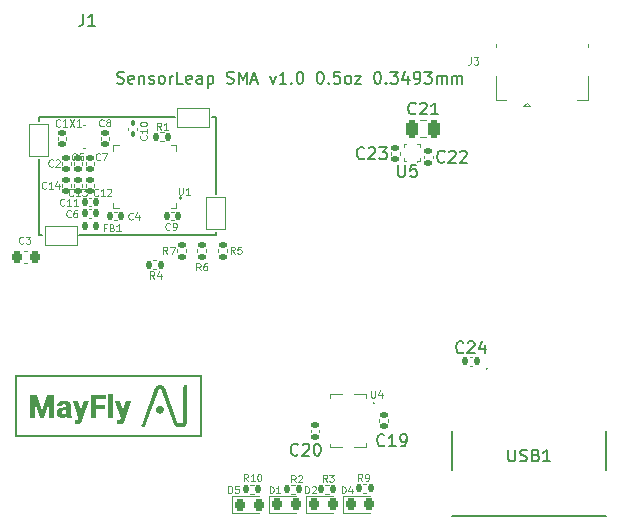
<source format=gto>
%TF.GenerationSoftware,KiCad,Pcbnew,7.0.1*%
%TF.CreationDate,2023-10-27T08:58:37+02:00*%
%TF.ProjectId,SensorLeapSMA,53656e73-6f72-44c6-9561-70534d412e6b,rev?*%
%TF.SameCoordinates,Original*%
%TF.FileFunction,Legend,Top*%
%TF.FilePolarity,Positive*%
%FSLAX46Y46*%
G04 Gerber Fmt 4.6, Leading zero omitted, Abs format (unit mm)*
G04 Created by KiCad (PCBNEW 7.0.1) date 2023-10-27 08:58:37*
%MOMM*%
%LPD*%
G01*
G04 APERTURE LIST*
G04 Aperture macros list*
%AMRoundRect*
0 Rectangle with rounded corners*
0 $1 Rounding radius*
0 $2 $3 $4 $5 $6 $7 $8 $9 X,Y pos of 4 corners*
0 Add a 4 corners polygon primitive as box body*
4,1,4,$2,$3,$4,$5,$6,$7,$8,$9,$2,$3,0*
0 Add four circle primitives for the rounded corners*
1,1,$1+$1,$2,$3*
1,1,$1+$1,$4,$5*
1,1,$1+$1,$6,$7*
1,1,$1+$1,$8,$9*
0 Add four rect primitives between the rounded corners*
20,1,$1+$1,$2,$3,$4,$5,0*
20,1,$1+$1,$4,$5,$6,$7,0*
20,1,$1+$1,$6,$7,$8,$9,0*
20,1,$1+$1,$8,$9,$2,$3,0*%
G04 Aperture macros list end*
%ADD10C,0.150000*%
%ADD11C,0.000000*%
%ADD12C,0.200000*%
%ADD13C,0.100000*%
%ADD14C,0.120000*%
%ADD15C,0.050000*%
%ADD16RoundRect,0.135000X-0.135000X-0.185000X0.135000X-0.185000X0.135000X0.185000X-0.135000X0.185000X0*%
%ADD17RoundRect,0.135000X-0.185000X0.135000X-0.185000X-0.135000X0.185000X-0.135000X0.185000X0.135000X0*%
%ADD18RoundRect,0.140000X0.140000X0.170000X-0.140000X0.170000X-0.140000X-0.170000X0.140000X-0.170000X0*%
%ADD19RoundRect,0.218750X-0.218750X-0.256250X0.218750X-0.256250X0.218750X0.256250X-0.218750X0.256250X0*%
%ADD20C,2.500000*%
%ADD21RoundRect,0.140000X0.170000X-0.140000X0.170000X0.140000X-0.170000X0.140000X-0.170000X-0.140000X0*%
%ADD22R,0.685800X0.584200*%
%ADD23RoundRect,0.250000X-0.250000X-0.475000X0.250000X-0.475000X0.250000X0.475000X-0.250000X0.475000X0*%
%ADD24RoundRect,0.147500X-0.147500X-0.172500X0.147500X-0.172500X0.147500X0.172500X-0.147500X0.172500X0*%
%ADD25RoundRect,0.225000X0.225000X0.250000X-0.225000X0.250000X-0.225000X-0.250000X0.225000X-0.250000X0*%
%ADD26RoundRect,0.140000X-0.170000X0.140000X-0.170000X-0.140000X0.170000X-0.140000X0.170000X0.140000X0*%
%ADD27RoundRect,0.135000X0.135000X0.185000X-0.135000X0.185000X-0.135000X-0.185000X0.135000X-0.185000X0*%
%ADD28C,1.650000*%
%ADD29R,1.250000X2.100000*%
%ADD30R,3.500000X2.000000*%
%ADD31RoundRect,0.087250X-0.087250X0.192750X-0.087250X-0.192750X0.087250X-0.192750X0.087250X0.192750X0*%
%ADD32RoundRect,0.140000X-0.140000X-0.170000X0.140000X-0.170000X0.140000X0.170000X-0.140000X0.170000X0*%
%ADD33R,0.400000X0.200000*%
%ADD34R,0.200000X0.400000*%
%ADD35R,1.200000X2.300000*%
%ADD36R,1.520000X5.080000*%
%ADD37C,0.269000*%
%ADD38R,2.300000X1.200000*%
%ADD39R,0.400000X1.350000*%
%ADD40O,1.000000X1.900000*%
%ADD41R,0.875000X1.900000*%
%ADD42O,1.050000X1.250000*%
%ADD43R,2.900000X1.900000*%
%ADD44R,0.675000X0.250000*%
%ADD45R,0.250000X0.675000*%
G04 APERTURE END LIST*
D10*
X75495711Y-53154290D02*
G75*
G03*
X75495711Y-53154290I-70711J0D01*
G01*
D11*
G36*
X70127319Y-71140759D02*
G01*
X70546225Y-71140759D01*
X70546754Y-71141289D01*
X70546421Y-71140098D01*
X70546225Y-71140759D01*
X70127319Y-71140759D01*
X69853016Y-70343834D01*
X70323445Y-70343834D01*
X70546421Y-71140098D01*
X70781704Y-70343305D01*
X71253720Y-70343305D01*
X70677458Y-71994305D01*
X70652587Y-72054630D01*
X70644715Y-72071526D01*
X70636477Y-72087887D01*
X70627872Y-72103710D01*
X70618901Y-72118998D01*
X70609565Y-72133749D01*
X70599861Y-72147964D01*
X70589792Y-72161642D01*
X70579355Y-72174784D01*
X70568553Y-72187389D01*
X70557383Y-72199458D01*
X70545847Y-72210991D01*
X70533943Y-72221987D01*
X70521673Y-72232447D01*
X70509035Y-72242370D01*
X70496030Y-72251757D01*
X70482658Y-72260608D01*
X70468919Y-72268922D01*
X70454812Y-72276700D01*
X70440337Y-72283941D01*
X70425495Y-72290646D01*
X70410285Y-72296815D01*
X70394707Y-72302447D01*
X70378761Y-72307543D01*
X70362447Y-72312102D01*
X70345764Y-72316125D01*
X70328714Y-72319612D01*
X70311295Y-72322562D01*
X70293507Y-72324976D01*
X70275351Y-72326853D01*
X70256827Y-72328194D01*
X70218671Y-72329267D01*
X70196916Y-72328869D01*
X70174907Y-72327671D01*
X70152638Y-72325667D01*
X70130102Y-72322851D01*
X70107293Y-72319216D01*
X70084205Y-72314757D01*
X70060831Y-72309466D01*
X70037167Y-72303338D01*
X70037167Y-71989543D01*
X70094846Y-71989543D01*
X70117370Y-71989121D01*
X70128112Y-71988594D01*
X70138510Y-71987856D01*
X70148564Y-71986907D01*
X70158274Y-71985747D01*
X70167642Y-71984377D01*
X70176668Y-71982796D01*
X70185353Y-71981003D01*
X70193697Y-71979000D01*
X70201702Y-71976787D01*
X70209369Y-71974362D01*
X70216697Y-71971726D01*
X70223688Y-71968880D01*
X70230343Y-71965823D01*
X70236662Y-71962555D01*
X70242708Y-71959020D01*
X70248545Y-71955161D01*
X70254175Y-71950976D01*
X70259598Y-71946465D01*
X70264817Y-71941625D01*
X70269832Y-71936454D01*
X70274646Y-71930952D01*
X70279260Y-71925116D01*
X70283676Y-71918946D01*
X70287894Y-71912439D01*
X70291918Y-71905594D01*
X70295747Y-71898410D01*
X70299384Y-71890884D01*
X70302831Y-71883017D01*
X70306088Y-71874804D01*
X70309158Y-71866247D01*
X70344612Y-71772055D01*
X70127319Y-71140759D01*
G37*
G36*
X73679043Y-68979427D02*
G01*
X73694964Y-68980364D01*
X73710766Y-68981914D01*
X73726434Y-68984065D01*
X73741953Y-68986809D01*
X73757309Y-68990135D01*
X73772486Y-68994033D01*
X73787470Y-68998493D01*
X73802247Y-69003505D01*
X73816801Y-69009059D01*
X73831118Y-69015145D01*
X73845182Y-69021752D01*
X73858981Y-69028871D01*
X73872498Y-69036491D01*
X73885718Y-69044603D01*
X73898628Y-69053196D01*
X73911213Y-69062261D01*
X73923457Y-69071786D01*
X73935346Y-69081763D01*
X73946865Y-69092181D01*
X73958000Y-69103030D01*
X73968736Y-69114299D01*
X73979057Y-69125980D01*
X73988950Y-69138061D01*
X73998400Y-69150533D01*
X74007392Y-69163386D01*
X74015910Y-69176609D01*
X74023942Y-69190192D01*
X74031470Y-69204126D01*
X74038482Y-69218400D01*
X74044962Y-69233005D01*
X74050896Y-69247929D01*
X75135160Y-72139825D01*
X75140051Y-72151385D01*
X75145765Y-72162429D01*
X75152258Y-72172927D01*
X75159484Y-72182845D01*
X75167399Y-72192152D01*
X75175956Y-72200817D01*
X75185113Y-72208807D01*
X75194822Y-72216091D01*
X75205041Y-72222637D01*
X75215722Y-72228414D01*
X75226823Y-72233389D01*
X75238297Y-72237531D01*
X75250099Y-72240807D01*
X75262185Y-72243187D01*
X75274510Y-72244638D01*
X75287029Y-72245129D01*
X75496579Y-72245129D01*
X75504912Y-72244918D01*
X75513135Y-72244293D01*
X75521239Y-72243263D01*
X75529213Y-72241839D01*
X75537047Y-72240031D01*
X75544731Y-72237849D01*
X75552254Y-72235304D01*
X75559608Y-72232404D01*
X75566780Y-72229162D01*
X75573762Y-72225586D01*
X75580543Y-72221687D01*
X75587113Y-72217475D01*
X75593462Y-72212961D01*
X75599579Y-72208154D01*
X75605454Y-72203064D01*
X75611077Y-72197703D01*
X75616439Y-72192079D01*
X75621528Y-72186204D01*
X75626335Y-72180087D01*
X75630850Y-72173738D01*
X75635062Y-72167169D01*
X75638961Y-72160388D01*
X75642537Y-72153406D01*
X75645779Y-72146233D01*
X75648678Y-72138880D01*
X75651224Y-72131356D01*
X75653406Y-72123672D01*
X75655214Y-72115838D01*
X75656638Y-72107864D01*
X75657668Y-72099760D01*
X75658293Y-72091537D01*
X75658504Y-72083204D01*
X75658504Y-69141567D01*
X75658715Y-69133235D01*
X75659340Y-69125011D01*
X75660370Y-69116908D01*
X75661794Y-69108934D01*
X75663602Y-69101100D01*
X75665784Y-69093416D01*
X75668330Y-69085892D01*
X75671229Y-69078539D01*
X75674472Y-69071366D01*
X75678047Y-69064384D01*
X75681946Y-69057603D01*
X75686158Y-69051033D01*
X75690673Y-69044685D01*
X75695480Y-69038568D01*
X75700569Y-69032692D01*
X75705931Y-69027069D01*
X75711554Y-69021707D01*
X75717430Y-69016618D01*
X75723547Y-69011811D01*
X75729895Y-69007296D01*
X75736465Y-69003085D01*
X75743246Y-68999186D01*
X75750228Y-68995610D01*
X75757400Y-68992367D01*
X75764754Y-68989468D01*
X75772277Y-68986922D01*
X75779961Y-68984740D01*
X75787795Y-68982932D01*
X75795769Y-68981508D01*
X75803873Y-68980478D01*
X75812096Y-68979853D01*
X75820429Y-68979642D01*
X75828761Y-68979853D01*
X75836985Y-68980478D01*
X75845088Y-68981508D01*
X75853062Y-68982932D01*
X75860896Y-68984740D01*
X75868580Y-68986922D01*
X75876104Y-68989468D01*
X75883457Y-68992367D01*
X75890630Y-68995610D01*
X75897612Y-68999186D01*
X75904393Y-69003085D01*
X75910962Y-69007296D01*
X75917311Y-69011811D01*
X75923428Y-69016618D01*
X75929303Y-69021707D01*
X75934927Y-69027069D01*
X75940288Y-69032692D01*
X75945378Y-69038568D01*
X75950185Y-69044685D01*
X75954699Y-69051033D01*
X75958911Y-69057603D01*
X75962810Y-69064384D01*
X75966386Y-69071366D01*
X75969629Y-69078539D01*
X75972528Y-69085892D01*
X75975074Y-69093416D01*
X75977256Y-69101100D01*
X75979064Y-69108934D01*
X75980488Y-69116908D01*
X75981518Y-69125011D01*
X75982143Y-69133235D01*
X75982354Y-69141567D01*
X75982354Y-72082675D01*
X75981720Y-72107626D01*
X75979840Y-72132255D01*
X75976744Y-72156531D01*
X75972463Y-72180424D01*
X75967027Y-72203901D01*
X75960469Y-72226933D01*
X75952818Y-72249489D01*
X75944105Y-72271537D01*
X75934361Y-72293048D01*
X75923617Y-72313990D01*
X75911904Y-72334332D01*
X75899252Y-72354044D01*
X75885692Y-72373095D01*
X75871256Y-72391453D01*
X75855973Y-72409089D01*
X75839876Y-72425971D01*
X75822994Y-72442069D01*
X75805358Y-72457352D01*
X75786999Y-72471788D01*
X75767948Y-72485348D01*
X75748237Y-72497999D01*
X75727894Y-72509713D01*
X75706953Y-72520457D01*
X75685442Y-72530201D01*
X75663393Y-72538914D01*
X75640838Y-72546565D01*
X75617806Y-72553123D01*
X75594328Y-72558559D01*
X75570436Y-72562840D01*
X75546160Y-72565936D01*
X75521531Y-72567816D01*
X75496579Y-72568450D01*
X75287029Y-72568450D01*
X75268186Y-72568079D01*
X75249473Y-72566977D01*
X75230904Y-72565155D01*
X75212498Y-72562625D01*
X75194272Y-72559398D01*
X75176242Y-72555488D01*
X75158425Y-72550905D01*
X75140839Y-72545662D01*
X75123500Y-72539772D01*
X75106425Y-72533245D01*
X75089631Y-72526094D01*
X75073136Y-72518332D01*
X75056955Y-72509969D01*
X75041107Y-72501019D01*
X75025608Y-72491492D01*
X75010474Y-72481402D01*
X74995724Y-72470759D01*
X74981373Y-72459577D01*
X74967439Y-72447867D01*
X74953939Y-72435641D01*
X74940890Y-72422911D01*
X74928308Y-72409690D01*
X74916211Y-72395988D01*
X74904616Y-72381819D01*
X74893539Y-72367194D01*
X74882998Y-72352125D01*
X74873009Y-72336625D01*
X74863590Y-72320705D01*
X74854757Y-72304377D01*
X74846527Y-72287653D01*
X74838918Y-72270545D01*
X74831946Y-72253066D01*
X73747684Y-69361700D01*
X73744966Y-69355285D01*
X73741789Y-69349149D01*
X73738178Y-69343311D01*
X73734157Y-69337788D01*
X73729752Y-69332601D01*
X73724988Y-69327767D01*
X73719888Y-69323306D01*
X73714479Y-69319235D01*
X73708784Y-69315573D01*
X73702829Y-69312339D01*
X73696638Y-69309551D01*
X73690236Y-69307229D01*
X73683648Y-69305390D01*
X73676899Y-69304054D01*
X73670014Y-69303239D01*
X73663017Y-69302963D01*
X73659506Y-69303032D01*
X73656020Y-69303239D01*
X73652562Y-69303580D01*
X73649134Y-69304054D01*
X73645741Y-69304658D01*
X73642385Y-69305390D01*
X73639070Y-69306248D01*
X73635798Y-69307229D01*
X73632572Y-69308331D01*
X73629396Y-69309551D01*
X73626273Y-69310888D01*
X73623205Y-69312339D01*
X73620197Y-69313901D01*
X73617250Y-69315573D01*
X73614368Y-69317351D01*
X73611555Y-69319235D01*
X73608813Y-69321220D01*
X73606146Y-69323306D01*
X73603556Y-69325489D01*
X73601046Y-69327767D01*
X73598620Y-69330139D01*
X73596282Y-69332601D01*
X73594033Y-69335152D01*
X73591877Y-69337788D01*
X73589817Y-69340509D01*
X73587856Y-69343311D01*
X73585998Y-69346191D01*
X73584245Y-69349149D01*
X73582601Y-69352181D01*
X73581068Y-69355285D01*
X73579650Y-69358459D01*
X73578350Y-69361700D01*
X72415242Y-72463675D01*
X72410246Y-72475584D01*
X72404419Y-72486887D01*
X72397810Y-72497562D01*
X72390470Y-72507587D01*
X72382448Y-72516940D01*
X72373794Y-72525597D01*
X72364556Y-72533536D01*
X72354785Y-72540735D01*
X72344530Y-72547171D01*
X72333842Y-72552822D01*
X72322768Y-72557665D01*
X72311360Y-72561678D01*
X72299667Y-72564839D01*
X72287738Y-72567124D01*
X72275623Y-72568511D01*
X72263372Y-72568979D01*
X72259887Y-72568936D01*
X72256381Y-72568806D01*
X72252856Y-72568592D01*
X72249315Y-72568293D01*
X72245763Y-72567910D01*
X72242201Y-72567444D01*
X72238632Y-72566896D01*
X72235061Y-72566267D01*
X72231489Y-72565557D01*
X72227921Y-72564767D01*
X72224359Y-72563899D01*
X72220806Y-72562952D01*
X72217266Y-72561927D01*
X72213741Y-72560826D01*
X72210235Y-72559648D01*
X72206750Y-72558396D01*
X72199034Y-72555288D01*
X72191565Y-72551828D01*
X72184350Y-72548028D01*
X72177395Y-72543903D01*
X72170705Y-72539464D01*
X72164287Y-72534726D01*
X72158146Y-72529702D01*
X72152288Y-72524405D01*
X72146719Y-72518848D01*
X72141445Y-72513045D01*
X72136472Y-72507009D01*
X72131806Y-72500753D01*
X72127453Y-72494290D01*
X72123419Y-72487634D01*
X72119709Y-72480798D01*
X72116329Y-72473795D01*
X72113286Y-72466639D01*
X72110586Y-72459343D01*
X72108233Y-72451919D01*
X72106235Y-72444382D01*
X72104597Y-72436745D01*
X72103324Y-72429020D01*
X72102424Y-72421222D01*
X72101901Y-72413363D01*
X72101762Y-72405457D01*
X72102013Y-72397516D01*
X72102659Y-72389555D01*
X72103707Y-72381587D01*
X72105162Y-72373624D01*
X72107030Y-72365681D01*
X72109317Y-72357770D01*
X72112030Y-72349904D01*
X73275138Y-69247929D01*
X73287551Y-69218400D01*
X73302092Y-69190192D01*
X73318642Y-69163386D01*
X73337083Y-69138061D01*
X73357298Y-69114299D01*
X73379168Y-69092181D01*
X73402577Y-69071786D01*
X73427405Y-69053196D01*
X73453536Y-69036491D01*
X73480851Y-69021752D01*
X73509233Y-69009059D01*
X73538563Y-68998493D01*
X73568725Y-68990135D01*
X73599599Y-68984065D01*
X73631069Y-68980364D01*
X73663017Y-68979113D01*
X73679043Y-68979427D01*
G37*
G36*
X69074613Y-70208896D02*
G01*
X68260225Y-70208896D01*
X68260225Y-70646517D01*
X69000000Y-70646517D01*
X69000000Y-71000000D01*
X68260225Y-71000000D01*
X68260225Y-71758296D01*
X67801438Y-71758296D01*
X67801438Y-69854884D01*
X69074613Y-69854884D01*
X69074613Y-70208896D01*
G37*
D10*
X78400000Y-56330000D02*
X78400000Y-56030000D01*
D11*
G36*
X61377354Y-68128742D02*
G01*
X77252353Y-68128742D01*
X77252353Y-73420409D01*
X61377354Y-73420409D01*
X61377354Y-73261659D01*
X61377354Y-68287492D01*
X61536104Y-68287492D01*
X61536104Y-73261659D01*
X77093604Y-73261659D01*
X77093604Y-68287492D01*
X61536104Y-68287492D01*
X61377354Y-68287492D01*
X61377354Y-68128742D01*
G37*
G36*
X66540627Y-71140759D02*
G01*
X66959533Y-71140759D01*
X66960062Y-71141289D01*
X66959728Y-71140098D01*
X66959533Y-71140759D01*
X66540627Y-71140759D01*
X66266325Y-70343834D01*
X66736753Y-70343834D01*
X66959728Y-71140098D01*
X67195012Y-70343305D01*
X67667029Y-70343305D01*
X67090766Y-71994305D01*
X67065895Y-72054630D01*
X67058023Y-72071526D01*
X67049785Y-72087887D01*
X67041180Y-72103710D01*
X67032210Y-72118998D01*
X67022873Y-72133749D01*
X67013169Y-72147964D01*
X67003100Y-72161642D01*
X66992664Y-72174784D01*
X66981861Y-72187389D01*
X66970691Y-72199458D01*
X66959155Y-72210991D01*
X66947251Y-72221987D01*
X66934981Y-72232447D01*
X66922343Y-72242370D01*
X66909339Y-72251757D01*
X66895967Y-72260608D01*
X66882227Y-72268922D01*
X66868120Y-72276700D01*
X66853646Y-72283941D01*
X66838803Y-72290646D01*
X66823593Y-72296815D01*
X66808015Y-72302447D01*
X66792069Y-72307543D01*
X66775755Y-72312102D01*
X66759073Y-72316125D01*
X66742022Y-72319612D01*
X66724603Y-72322562D01*
X66706816Y-72324976D01*
X66688660Y-72326853D01*
X66670135Y-72328194D01*
X66631979Y-72329267D01*
X66610224Y-72328869D01*
X66588215Y-72327671D01*
X66565946Y-72325667D01*
X66543410Y-72322851D01*
X66520600Y-72319216D01*
X66497512Y-72314757D01*
X66474139Y-72309466D01*
X66450474Y-72303338D01*
X66450474Y-71989543D01*
X66508153Y-71989543D01*
X66530677Y-71989121D01*
X66541420Y-71988594D01*
X66551818Y-71987856D01*
X66561872Y-71986907D01*
X66571582Y-71985747D01*
X66580950Y-71984377D01*
X66589976Y-71982796D01*
X66598661Y-71981003D01*
X66607005Y-71979000D01*
X66615010Y-71976787D01*
X66622677Y-71974362D01*
X66630005Y-71971726D01*
X66636996Y-71968880D01*
X66643651Y-71965823D01*
X66649970Y-71962555D01*
X66656017Y-71959020D01*
X66661854Y-71955161D01*
X66667483Y-71950976D01*
X66672906Y-71946465D01*
X66678125Y-71941625D01*
X66683140Y-71936454D01*
X66687954Y-71930952D01*
X66692568Y-71925116D01*
X66696984Y-71918946D01*
X66701202Y-71912439D01*
X66705226Y-71905594D01*
X66709055Y-71898410D01*
X66712692Y-71890884D01*
X66716139Y-71883017D01*
X66719396Y-71874804D01*
X66722466Y-71866247D01*
X66757920Y-71772055D01*
X66540627Y-71140759D01*
G37*
D10*
X63400000Y-46330000D02*
X63400000Y-46630000D01*
D11*
G36*
X63674996Y-71178859D02*
G01*
X64098329Y-69854884D01*
X64702108Y-69854884D01*
X64702108Y-71757767D01*
X64242263Y-71757767D01*
X64242263Y-71313267D01*
X64286713Y-70403630D01*
X63826867Y-71757767D01*
X63523654Y-71757767D01*
X63062221Y-70402571D01*
X63106671Y-71313796D01*
X63106671Y-71758296D01*
X62647883Y-71758296D01*
X62647883Y-69854884D01*
X63250075Y-69854884D01*
X63674996Y-71178859D01*
G37*
D10*
X78400000Y-56330000D02*
X66800000Y-56330000D01*
D11*
G36*
X69709613Y-71757767D02*
G01*
X69267758Y-71757767D01*
X69267758Y-69750109D01*
X69709613Y-69750109D01*
X69709613Y-71757767D01*
G37*
D10*
X78400000Y-46330000D02*
X78100000Y-46330000D01*
X63400000Y-56300000D02*
X63400000Y-49830000D01*
X63400000Y-56330000D02*
X63700000Y-56330000D01*
X63400000Y-46330000D02*
X74900000Y-46330000D01*
D11*
G36*
X73679697Y-70745377D02*
G01*
X73696681Y-70746669D01*
X73713418Y-70748795D01*
X73729887Y-70751737D01*
X73746067Y-70755471D01*
X73761938Y-70759978D01*
X73777477Y-70765235D01*
X73792664Y-70771223D01*
X73807478Y-70777921D01*
X73821898Y-70785306D01*
X73835903Y-70793359D01*
X73849472Y-70802058D01*
X73862584Y-70811382D01*
X73875218Y-70821310D01*
X73887353Y-70831822D01*
X73898968Y-70842895D01*
X73910041Y-70854510D01*
X73920553Y-70866645D01*
X73930481Y-70879279D01*
X73939805Y-70892391D01*
X73948504Y-70905960D01*
X73956557Y-70919965D01*
X73963942Y-70934385D01*
X73970640Y-70949199D01*
X73976628Y-70964386D01*
X73981886Y-70979925D01*
X73986392Y-70995795D01*
X73990127Y-71011975D01*
X73993068Y-71028444D01*
X73995194Y-71045182D01*
X73996486Y-71062166D01*
X73996921Y-71079375D01*
X73996486Y-71096585D01*
X73995194Y-71113569D01*
X73993068Y-71130306D01*
X73990127Y-71146775D01*
X73986392Y-71162956D01*
X73981886Y-71178826D01*
X73976628Y-71194365D01*
X73970640Y-71209552D01*
X73963942Y-71224366D01*
X73956557Y-71238786D01*
X73948504Y-71252791D01*
X73939805Y-71266360D01*
X73930481Y-71279472D01*
X73920553Y-71292106D01*
X73910041Y-71304241D01*
X73898968Y-71315855D01*
X73887353Y-71326929D01*
X73875218Y-71337440D01*
X73862584Y-71347369D01*
X73849472Y-71356693D01*
X73835903Y-71365392D01*
X73821898Y-71373444D01*
X73807478Y-71380830D01*
X73792664Y-71387527D01*
X73777477Y-71393515D01*
X73761938Y-71398773D01*
X73746067Y-71403280D01*
X73729887Y-71407014D01*
X73713418Y-71409955D01*
X73696681Y-71412082D01*
X73679697Y-71413373D01*
X73662487Y-71413809D01*
X73645277Y-71413373D01*
X73628293Y-71412082D01*
X73611556Y-71409955D01*
X73595087Y-71407014D01*
X73578907Y-71403280D01*
X73563037Y-71398773D01*
X73547498Y-71393515D01*
X73532311Y-71387527D01*
X73517497Y-71380830D01*
X73503077Y-71373444D01*
X73489071Y-71365392D01*
X73475502Y-71356693D01*
X73462390Y-71347369D01*
X73449757Y-71337440D01*
X73437622Y-71326929D01*
X73426007Y-71315855D01*
X73414934Y-71304241D01*
X73404422Y-71292106D01*
X73394494Y-71279472D01*
X73385170Y-71266360D01*
X73376471Y-71252791D01*
X73368418Y-71238786D01*
X73361032Y-71224366D01*
X73354335Y-71209552D01*
X73348347Y-71194365D01*
X73343089Y-71178826D01*
X73338582Y-71162956D01*
X73334848Y-71146775D01*
X73331907Y-71130306D01*
X73329780Y-71113569D01*
X73328489Y-71096585D01*
X73328054Y-71079375D01*
X73328489Y-71062166D01*
X73329780Y-71045182D01*
X73331907Y-71028444D01*
X73334848Y-71011975D01*
X73338582Y-70995795D01*
X73343089Y-70979925D01*
X73348347Y-70964386D01*
X73354335Y-70949199D01*
X73361032Y-70934385D01*
X73368418Y-70919965D01*
X73376471Y-70905960D01*
X73385170Y-70892391D01*
X73394494Y-70879279D01*
X73404422Y-70866645D01*
X73414934Y-70854510D01*
X73426007Y-70842895D01*
X73437622Y-70831822D01*
X73449757Y-70821310D01*
X73462390Y-70811382D01*
X73475502Y-70802058D01*
X73489071Y-70793359D01*
X73503077Y-70785306D01*
X73517497Y-70777921D01*
X73532311Y-70771223D01*
X73547498Y-70765235D01*
X73563037Y-70759978D01*
X73578907Y-70755471D01*
X73595087Y-70751737D01*
X73611556Y-70748795D01*
X73628293Y-70746669D01*
X73645277Y-70745377D01*
X73662487Y-70744942D01*
X73679697Y-70745377D01*
G37*
G36*
X64909558Y-71335492D02*
G01*
X65350338Y-71335492D01*
X65350499Y-71342940D01*
X65350982Y-71350203D01*
X65351786Y-71357281D01*
X65352909Y-71364175D01*
X65354353Y-71370886D01*
X65356114Y-71377415D01*
X65358194Y-71383763D01*
X65360591Y-71389930D01*
X65363303Y-71395918D01*
X65366332Y-71401726D01*
X65369675Y-71407356D01*
X65373332Y-71412809D01*
X65377302Y-71418084D01*
X65381584Y-71423184D01*
X65386179Y-71428109D01*
X65391083Y-71432859D01*
X65396230Y-71437374D01*
X65401551Y-71441592D01*
X65407045Y-71445513D01*
X65412713Y-71449139D01*
X65418555Y-71452471D01*
X65424570Y-71455509D01*
X65430759Y-71458254D01*
X65437121Y-71460707D01*
X65443657Y-71462868D01*
X65450367Y-71464739D01*
X65457250Y-71466319D01*
X65464307Y-71467611D01*
X65471538Y-71468614D01*
X65478942Y-71469329D01*
X65486520Y-71469758D01*
X65494271Y-71469901D01*
X65494271Y-71470430D01*
X65504478Y-71470293D01*
X65514462Y-71469883D01*
X65524223Y-71469198D01*
X65533760Y-71468239D01*
X65543074Y-71467003D01*
X65552165Y-71465491D01*
X65561033Y-71463701D01*
X65569677Y-71461632D01*
X65578099Y-71459285D01*
X65586296Y-71456658D01*
X65594271Y-71453750D01*
X65602023Y-71450561D01*
X65609551Y-71447090D01*
X65616856Y-71443336D01*
X65623937Y-71439298D01*
X65630796Y-71434976D01*
X65637425Y-71430567D01*
X65643818Y-71426073D01*
X65649976Y-71421495D01*
X65655898Y-71416835D01*
X65661585Y-71412095D01*
X65667036Y-71407275D01*
X65672251Y-71402378D01*
X65677230Y-71397405D01*
X65681974Y-71392357D01*
X65686483Y-71387237D01*
X65690755Y-71382045D01*
X65694792Y-71376784D01*
X65698594Y-71371454D01*
X65702159Y-71366058D01*
X65705489Y-71360597D01*
X65708584Y-71355072D01*
X65708584Y-71129117D01*
X65580526Y-71129117D01*
X65552651Y-71129923D01*
X65526575Y-71132342D01*
X65514212Y-71134156D01*
X65502298Y-71136373D01*
X65490833Y-71138993D01*
X65479818Y-71142016D01*
X65469253Y-71145442D01*
X65459138Y-71149271D01*
X65449471Y-71153503D01*
X65440255Y-71158139D01*
X65431488Y-71163177D01*
X65423171Y-71168619D01*
X65415303Y-71174463D01*
X65407885Y-71180711D01*
X65400916Y-71187362D01*
X65394397Y-71194416D01*
X65388328Y-71201873D01*
X65382708Y-71209733D01*
X65377538Y-71217996D01*
X65372817Y-71226662D01*
X65368546Y-71235731D01*
X65364725Y-71245203D01*
X65361353Y-71255079D01*
X65358430Y-71265357D01*
X65355958Y-71276039D01*
X65353935Y-71287123D01*
X65352361Y-71298611D01*
X65351237Y-71310502D01*
X65350563Y-71322796D01*
X65350338Y-71335492D01*
X64909558Y-71335492D01*
X64909676Y-71330442D01*
X64911667Y-71302990D01*
X64914985Y-71276418D01*
X64919629Y-71250726D01*
X64925601Y-71225915D01*
X64932900Y-71201985D01*
X64941526Y-71178935D01*
X64951479Y-71156766D01*
X64962758Y-71135478D01*
X64975365Y-71115070D01*
X64989299Y-71095542D01*
X65004561Y-71076895D01*
X65021149Y-71059129D01*
X65039064Y-71042243D01*
X65058306Y-71026238D01*
X65078875Y-71011113D01*
X65100710Y-70996888D01*
X65123748Y-70983580D01*
X65147991Y-70971190D01*
X65173439Y-70959718D01*
X65200093Y-70949163D01*
X65227955Y-70939527D01*
X65257023Y-70930808D01*
X65287301Y-70923007D01*
X65318787Y-70916123D01*
X65351484Y-70910158D01*
X65385391Y-70905110D01*
X65420510Y-70900980D01*
X65456842Y-70897768D01*
X65494386Y-70895474D01*
X65533144Y-70894097D01*
X65573117Y-70893638D01*
X65709113Y-70893638D01*
X65709113Y-70819026D01*
X65708455Y-70795287D01*
X65706483Y-70773086D01*
X65703193Y-70752421D01*
X65701055Y-70742665D01*
X65698587Y-70733292D01*
X65695790Y-70724303D01*
X65692664Y-70715698D01*
X65689207Y-70707476D01*
X65685421Y-70699637D01*
X65681305Y-70692182D01*
X65676860Y-70685110D01*
X65672084Y-70678421D01*
X65666978Y-70672116D01*
X65661542Y-70666193D01*
X65655775Y-70660653D01*
X65649679Y-70655495D01*
X65643251Y-70650720D01*
X65636493Y-70646328D01*
X65629405Y-70642319D01*
X65621985Y-70638691D01*
X65614235Y-70635446D01*
X65606154Y-70632583D01*
X65597741Y-70630102D01*
X65588998Y-70628003D01*
X65579923Y-70626286D01*
X65570517Y-70624950D01*
X65560779Y-70623997D01*
X65550710Y-70623424D01*
X65540309Y-70623234D01*
X65530641Y-70623386D01*
X65521283Y-70623841D01*
X65512235Y-70624601D01*
X65503496Y-70625664D01*
X65495067Y-70627030D01*
X65486947Y-70628700D01*
X65479135Y-70630673D01*
X65471633Y-70632949D01*
X65464439Y-70635528D01*
X65457553Y-70638410D01*
X65450975Y-70641596D01*
X65444705Y-70645084D01*
X65438743Y-70648874D01*
X65433089Y-70652967D01*
X65427741Y-70657363D01*
X65422701Y-70662061D01*
X65417968Y-70667062D01*
X65413542Y-70672364D01*
X65409422Y-70677969D01*
X65405609Y-70683876D01*
X65402102Y-70690085D01*
X65398900Y-70696595D01*
X65396005Y-70703408D01*
X65393415Y-70710521D01*
X65391131Y-70717937D01*
X65389152Y-70725654D01*
X65387478Y-70733672D01*
X65386108Y-70741991D01*
X65385044Y-70750612D01*
X65384283Y-70759534D01*
X65383827Y-70768756D01*
X65383675Y-70778280D01*
X64943409Y-70778280D01*
X64944091Y-70752979D01*
X64946137Y-70728274D01*
X64949548Y-70704167D01*
X64954323Y-70680657D01*
X64960462Y-70657745D01*
X64967965Y-70635433D01*
X64976833Y-70613720D01*
X64987065Y-70592608D01*
X64998661Y-70572098D01*
X65011622Y-70552190D01*
X65025946Y-70532885D01*
X65041635Y-70514184D01*
X65058689Y-70496088D01*
X65077106Y-70478597D01*
X65096888Y-70461712D01*
X65118034Y-70445434D01*
X65140234Y-70429956D01*
X65163179Y-70415471D01*
X65186870Y-70401979D01*
X65211308Y-70389483D01*
X65236492Y-70377981D01*
X65262425Y-70367476D01*
X65289106Y-70357967D01*
X65316537Y-70349456D01*
X65344719Y-70341944D01*
X65373651Y-70335430D01*
X65403336Y-70329917D01*
X65433772Y-70325404D01*
X65464963Y-70321893D01*
X65496908Y-70319384D01*
X65529607Y-70317878D01*
X65563063Y-70317376D01*
X65596450Y-70317890D01*
X65628945Y-70319434D01*
X65660549Y-70322008D01*
X65691262Y-70325611D01*
X65721085Y-70330243D01*
X65750019Y-70335905D01*
X65778064Y-70342596D01*
X65805223Y-70350316D01*
X65831494Y-70359066D01*
X65856879Y-70368845D01*
X65881380Y-70379654D01*
X65904995Y-70391492D01*
X65927727Y-70404360D01*
X65949577Y-70418256D01*
X65970544Y-70433183D01*
X65990629Y-70449138D01*
X66009673Y-70465993D01*
X66027515Y-70483617D01*
X66044155Y-70502009D01*
X66059595Y-70521171D01*
X66073834Y-70541102D01*
X66086875Y-70561801D01*
X66098717Y-70583269D01*
X66109361Y-70605507D01*
X66118809Y-70628513D01*
X66127060Y-70652288D01*
X66134117Y-70676833D01*
X66139978Y-70702146D01*
X66144646Y-70728228D01*
X66148122Y-70755079D01*
X66150405Y-70782699D01*
X66151496Y-70811088D01*
X66151496Y-71437092D01*
X66152960Y-71484295D01*
X66154342Y-71506833D01*
X66156159Y-71528663D01*
X66158410Y-71549782D01*
X66161096Y-71570191D01*
X66164215Y-71589888D01*
X66167768Y-71608873D01*
X66171755Y-71627145D01*
X66176177Y-71644702D01*
X66181032Y-71661545D01*
X66186322Y-71677673D01*
X66192046Y-71693084D01*
X66198204Y-71707779D01*
X66204795Y-71721755D01*
X66211821Y-71735013D01*
X66211821Y-71757238D01*
X65771554Y-71757238D01*
X65769967Y-71757767D01*
X65767015Y-71752248D01*
X65764112Y-71746407D01*
X65761257Y-71740243D01*
X65758449Y-71733756D01*
X65755688Y-71726947D01*
X65752972Y-71719816D01*
X65750302Y-71712362D01*
X65747676Y-71704586D01*
X65742552Y-71688066D01*
X65737597Y-71670256D01*
X65732802Y-71651157D01*
X65728162Y-71630767D01*
X65712604Y-71649315D01*
X65696288Y-71666661D01*
X65679217Y-71682805D01*
X65661388Y-71697748D01*
X65642803Y-71711491D01*
X65623462Y-71724036D01*
X65603364Y-71735382D01*
X65582509Y-71745530D01*
X65560898Y-71754482D01*
X65538531Y-71762237D01*
X65515407Y-71768797D01*
X65491526Y-71774163D01*
X65466889Y-71778335D01*
X65441495Y-71781314D01*
X65415344Y-71783101D01*
X65388438Y-71783696D01*
X65363670Y-71783225D01*
X65339374Y-71781810D01*
X65315549Y-71779451D01*
X65292196Y-71776147D01*
X65269313Y-71771898D01*
X65246902Y-71766702D01*
X65224962Y-71760559D01*
X65203494Y-71753468D01*
X65182497Y-71745428D01*
X65161971Y-71736438D01*
X65141916Y-71726498D01*
X65122333Y-71715607D01*
X65103221Y-71703765D01*
X65084580Y-71690969D01*
X65066411Y-71677220D01*
X65048713Y-71662517D01*
X65031796Y-71647188D01*
X65015971Y-71631364D01*
X65001237Y-71615048D01*
X64987594Y-71598240D01*
X64975043Y-71580942D01*
X64963583Y-71563156D01*
X64953215Y-71544883D01*
X64943938Y-71526124D01*
X64935752Y-71506882D01*
X64928658Y-71487158D01*
X64922655Y-71466954D01*
X64917744Y-71446270D01*
X64913924Y-71425109D01*
X64911196Y-71403471D01*
X64909559Y-71381360D01*
X64909013Y-71358775D01*
X64909558Y-71335492D01*
G37*
D10*
X78400000Y-52830000D02*
X78400000Y-46330000D01*
D12*
X70040476Y-43430000D02*
X70183333Y-43477619D01*
X70183333Y-43477619D02*
X70421428Y-43477619D01*
X70421428Y-43477619D02*
X70516666Y-43430000D01*
X70516666Y-43430000D02*
X70564285Y-43382380D01*
X70564285Y-43382380D02*
X70611904Y-43287142D01*
X70611904Y-43287142D02*
X70611904Y-43191904D01*
X70611904Y-43191904D02*
X70564285Y-43096666D01*
X70564285Y-43096666D02*
X70516666Y-43049047D01*
X70516666Y-43049047D02*
X70421428Y-43001428D01*
X70421428Y-43001428D02*
X70230952Y-42953809D01*
X70230952Y-42953809D02*
X70135714Y-42906190D01*
X70135714Y-42906190D02*
X70088095Y-42858571D01*
X70088095Y-42858571D02*
X70040476Y-42763333D01*
X70040476Y-42763333D02*
X70040476Y-42668095D01*
X70040476Y-42668095D02*
X70088095Y-42572857D01*
X70088095Y-42572857D02*
X70135714Y-42525238D01*
X70135714Y-42525238D02*
X70230952Y-42477619D01*
X70230952Y-42477619D02*
X70469047Y-42477619D01*
X70469047Y-42477619D02*
X70611904Y-42525238D01*
X71421428Y-43430000D02*
X71326190Y-43477619D01*
X71326190Y-43477619D02*
X71135714Y-43477619D01*
X71135714Y-43477619D02*
X71040476Y-43430000D01*
X71040476Y-43430000D02*
X70992857Y-43334761D01*
X70992857Y-43334761D02*
X70992857Y-42953809D01*
X70992857Y-42953809D02*
X71040476Y-42858571D01*
X71040476Y-42858571D02*
X71135714Y-42810952D01*
X71135714Y-42810952D02*
X71326190Y-42810952D01*
X71326190Y-42810952D02*
X71421428Y-42858571D01*
X71421428Y-42858571D02*
X71469047Y-42953809D01*
X71469047Y-42953809D02*
X71469047Y-43049047D01*
X71469047Y-43049047D02*
X70992857Y-43144285D01*
X71897619Y-42810952D02*
X71897619Y-43477619D01*
X71897619Y-42906190D02*
X71945238Y-42858571D01*
X71945238Y-42858571D02*
X72040476Y-42810952D01*
X72040476Y-42810952D02*
X72183333Y-42810952D01*
X72183333Y-42810952D02*
X72278571Y-42858571D01*
X72278571Y-42858571D02*
X72326190Y-42953809D01*
X72326190Y-42953809D02*
X72326190Y-43477619D01*
X72754762Y-43430000D02*
X72850000Y-43477619D01*
X72850000Y-43477619D02*
X73040476Y-43477619D01*
X73040476Y-43477619D02*
X73135714Y-43430000D01*
X73135714Y-43430000D02*
X73183333Y-43334761D01*
X73183333Y-43334761D02*
X73183333Y-43287142D01*
X73183333Y-43287142D02*
X73135714Y-43191904D01*
X73135714Y-43191904D02*
X73040476Y-43144285D01*
X73040476Y-43144285D02*
X72897619Y-43144285D01*
X72897619Y-43144285D02*
X72802381Y-43096666D01*
X72802381Y-43096666D02*
X72754762Y-43001428D01*
X72754762Y-43001428D02*
X72754762Y-42953809D01*
X72754762Y-42953809D02*
X72802381Y-42858571D01*
X72802381Y-42858571D02*
X72897619Y-42810952D01*
X72897619Y-42810952D02*
X73040476Y-42810952D01*
X73040476Y-42810952D02*
X73135714Y-42858571D01*
X73754762Y-43477619D02*
X73659524Y-43430000D01*
X73659524Y-43430000D02*
X73611905Y-43382380D01*
X73611905Y-43382380D02*
X73564286Y-43287142D01*
X73564286Y-43287142D02*
X73564286Y-43001428D01*
X73564286Y-43001428D02*
X73611905Y-42906190D01*
X73611905Y-42906190D02*
X73659524Y-42858571D01*
X73659524Y-42858571D02*
X73754762Y-42810952D01*
X73754762Y-42810952D02*
X73897619Y-42810952D01*
X73897619Y-42810952D02*
X73992857Y-42858571D01*
X73992857Y-42858571D02*
X74040476Y-42906190D01*
X74040476Y-42906190D02*
X74088095Y-43001428D01*
X74088095Y-43001428D02*
X74088095Y-43287142D01*
X74088095Y-43287142D02*
X74040476Y-43382380D01*
X74040476Y-43382380D02*
X73992857Y-43430000D01*
X73992857Y-43430000D02*
X73897619Y-43477619D01*
X73897619Y-43477619D02*
X73754762Y-43477619D01*
X74516667Y-43477619D02*
X74516667Y-42810952D01*
X74516667Y-43001428D02*
X74564286Y-42906190D01*
X74564286Y-42906190D02*
X74611905Y-42858571D01*
X74611905Y-42858571D02*
X74707143Y-42810952D01*
X74707143Y-42810952D02*
X74802381Y-42810952D01*
X75611905Y-43477619D02*
X75135715Y-43477619D01*
X75135715Y-43477619D02*
X75135715Y-42477619D01*
X76326191Y-43430000D02*
X76230953Y-43477619D01*
X76230953Y-43477619D02*
X76040477Y-43477619D01*
X76040477Y-43477619D02*
X75945239Y-43430000D01*
X75945239Y-43430000D02*
X75897620Y-43334761D01*
X75897620Y-43334761D02*
X75897620Y-42953809D01*
X75897620Y-42953809D02*
X75945239Y-42858571D01*
X75945239Y-42858571D02*
X76040477Y-42810952D01*
X76040477Y-42810952D02*
X76230953Y-42810952D01*
X76230953Y-42810952D02*
X76326191Y-42858571D01*
X76326191Y-42858571D02*
X76373810Y-42953809D01*
X76373810Y-42953809D02*
X76373810Y-43049047D01*
X76373810Y-43049047D02*
X75897620Y-43144285D01*
X77230953Y-43477619D02*
X77230953Y-42953809D01*
X77230953Y-42953809D02*
X77183334Y-42858571D01*
X77183334Y-42858571D02*
X77088096Y-42810952D01*
X77088096Y-42810952D02*
X76897620Y-42810952D01*
X76897620Y-42810952D02*
X76802382Y-42858571D01*
X77230953Y-43430000D02*
X77135715Y-43477619D01*
X77135715Y-43477619D02*
X76897620Y-43477619D01*
X76897620Y-43477619D02*
X76802382Y-43430000D01*
X76802382Y-43430000D02*
X76754763Y-43334761D01*
X76754763Y-43334761D02*
X76754763Y-43239523D01*
X76754763Y-43239523D02*
X76802382Y-43144285D01*
X76802382Y-43144285D02*
X76897620Y-43096666D01*
X76897620Y-43096666D02*
X77135715Y-43096666D01*
X77135715Y-43096666D02*
X77230953Y-43049047D01*
X77707144Y-42810952D02*
X77707144Y-43810952D01*
X77707144Y-42858571D02*
X77802382Y-42810952D01*
X77802382Y-42810952D02*
X77992858Y-42810952D01*
X77992858Y-42810952D02*
X78088096Y-42858571D01*
X78088096Y-42858571D02*
X78135715Y-42906190D01*
X78135715Y-42906190D02*
X78183334Y-43001428D01*
X78183334Y-43001428D02*
X78183334Y-43287142D01*
X78183334Y-43287142D02*
X78135715Y-43382380D01*
X78135715Y-43382380D02*
X78088096Y-43430000D01*
X78088096Y-43430000D02*
X77992858Y-43477619D01*
X77992858Y-43477619D02*
X77802382Y-43477619D01*
X77802382Y-43477619D02*
X77707144Y-43430000D01*
X79326192Y-43430000D02*
X79469049Y-43477619D01*
X79469049Y-43477619D02*
X79707144Y-43477619D01*
X79707144Y-43477619D02*
X79802382Y-43430000D01*
X79802382Y-43430000D02*
X79850001Y-43382380D01*
X79850001Y-43382380D02*
X79897620Y-43287142D01*
X79897620Y-43287142D02*
X79897620Y-43191904D01*
X79897620Y-43191904D02*
X79850001Y-43096666D01*
X79850001Y-43096666D02*
X79802382Y-43049047D01*
X79802382Y-43049047D02*
X79707144Y-43001428D01*
X79707144Y-43001428D02*
X79516668Y-42953809D01*
X79516668Y-42953809D02*
X79421430Y-42906190D01*
X79421430Y-42906190D02*
X79373811Y-42858571D01*
X79373811Y-42858571D02*
X79326192Y-42763333D01*
X79326192Y-42763333D02*
X79326192Y-42668095D01*
X79326192Y-42668095D02*
X79373811Y-42572857D01*
X79373811Y-42572857D02*
X79421430Y-42525238D01*
X79421430Y-42525238D02*
X79516668Y-42477619D01*
X79516668Y-42477619D02*
X79754763Y-42477619D01*
X79754763Y-42477619D02*
X79897620Y-42525238D01*
X80326192Y-43477619D02*
X80326192Y-42477619D01*
X80326192Y-42477619D02*
X80659525Y-43191904D01*
X80659525Y-43191904D02*
X80992858Y-42477619D01*
X80992858Y-42477619D02*
X80992858Y-43477619D01*
X81421430Y-43191904D02*
X81897620Y-43191904D01*
X81326192Y-43477619D02*
X81659525Y-42477619D01*
X81659525Y-42477619D02*
X81992858Y-43477619D01*
X82992859Y-42810952D02*
X83230954Y-43477619D01*
X83230954Y-43477619D02*
X83469049Y-42810952D01*
X84373811Y-43477619D02*
X83802383Y-43477619D01*
X84088097Y-43477619D02*
X84088097Y-42477619D01*
X84088097Y-42477619D02*
X83992859Y-42620476D01*
X83992859Y-42620476D02*
X83897621Y-42715714D01*
X83897621Y-42715714D02*
X83802383Y-42763333D01*
X84802383Y-43382380D02*
X84850002Y-43430000D01*
X84850002Y-43430000D02*
X84802383Y-43477619D01*
X84802383Y-43477619D02*
X84754764Y-43430000D01*
X84754764Y-43430000D02*
X84802383Y-43382380D01*
X84802383Y-43382380D02*
X84802383Y-43477619D01*
X85469049Y-42477619D02*
X85564287Y-42477619D01*
X85564287Y-42477619D02*
X85659525Y-42525238D01*
X85659525Y-42525238D02*
X85707144Y-42572857D01*
X85707144Y-42572857D02*
X85754763Y-42668095D01*
X85754763Y-42668095D02*
X85802382Y-42858571D01*
X85802382Y-42858571D02*
X85802382Y-43096666D01*
X85802382Y-43096666D02*
X85754763Y-43287142D01*
X85754763Y-43287142D02*
X85707144Y-43382380D01*
X85707144Y-43382380D02*
X85659525Y-43430000D01*
X85659525Y-43430000D02*
X85564287Y-43477619D01*
X85564287Y-43477619D02*
X85469049Y-43477619D01*
X85469049Y-43477619D02*
X85373811Y-43430000D01*
X85373811Y-43430000D02*
X85326192Y-43382380D01*
X85326192Y-43382380D02*
X85278573Y-43287142D01*
X85278573Y-43287142D02*
X85230954Y-43096666D01*
X85230954Y-43096666D02*
X85230954Y-42858571D01*
X85230954Y-42858571D02*
X85278573Y-42668095D01*
X85278573Y-42668095D02*
X85326192Y-42572857D01*
X85326192Y-42572857D02*
X85373811Y-42525238D01*
X85373811Y-42525238D02*
X85469049Y-42477619D01*
X87183335Y-42477619D02*
X87278573Y-42477619D01*
X87278573Y-42477619D02*
X87373811Y-42525238D01*
X87373811Y-42525238D02*
X87421430Y-42572857D01*
X87421430Y-42572857D02*
X87469049Y-42668095D01*
X87469049Y-42668095D02*
X87516668Y-42858571D01*
X87516668Y-42858571D02*
X87516668Y-43096666D01*
X87516668Y-43096666D02*
X87469049Y-43287142D01*
X87469049Y-43287142D02*
X87421430Y-43382380D01*
X87421430Y-43382380D02*
X87373811Y-43430000D01*
X87373811Y-43430000D02*
X87278573Y-43477619D01*
X87278573Y-43477619D02*
X87183335Y-43477619D01*
X87183335Y-43477619D02*
X87088097Y-43430000D01*
X87088097Y-43430000D02*
X87040478Y-43382380D01*
X87040478Y-43382380D02*
X86992859Y-43287142D01*
X86992859Y-43287142D02*
X86945240Y-43096666D01*
X86945240Y-43096666D02*
X86945240Y-42858571D01*
X86945240Y-42858571D02*
X86992859Y-42668095D01*
X86992859Y-42668095D02*
X87040478Y-42572857D01*
X87040478Y-42572857D02*
X87088097Y-42525238D01*
X87088097Y-42525238D02*
X87183335Y-42477619D01*
X87945240Y-43382380D02*
X87992859Y-43430000D01*
X87992859Y-43430000D02*
X87945240Y-43477619D01*
X87945240Y-43477619D02*
X87897621Y-43430000D01*
X87897621Y-43430000D02*
X87945240Y-43382380D01*
X87945240Y-43382380D02*
X87945240Y-43477619D01*
X88897620Y-42477619D02*
X88421430Y-42477619D01*
X88421430Y-42477619D02*
X88373811Y-42953809D01*
X88373811Y-42953809D02*
X88421430Y-42906190D01*
X88421430Y-42906190D02*
X88516668Y-42858571D01*
X88516668Y-42858571D02*
X88754763Y-42858571D01*
X88754763Y-42858571D02*
X88850001Y-42906190D01*
X88850001Y-42906190D02*
X88897620Y-42953809D01*
X88897620Y-42953809D02*
X88945239Y-43049047D01*
X88945239Y-43049047D02*
X88945239Y-43287142D01*
X88945239Y-43287142D02*
X88897620Y-43382380D01*
X88897620Y-43382380D02*
X88850001Y-43430000D01*
X88850001Y-43430000D02*
X88754763Y-43477619D01*
X88754763Y-43477619D02*
X88516668Y-43477619D01*
X88516668Y-43477619D02*
X88421430Y-43430000D01*
X88421430Y-43430000D02*
X88373811Y-43382380D01*
X89516668Y-43477619D02*
X89421430Y-43430000D01*
X89421430Y-43430000D02*
X89373811Y-43382380D01*
X89373811Y-43382380D02*
X89326192Y-43287142D01*
X89326192Y-43287142D02*
X89326192Y-43001428D01*
X89326192Y-43001428D02*
X89373811Y-42906190D01*
X89373811Y-42906190D02*
X89421430Y-42858571D01*
X89421430Y-42858571D02*
X89516668Y-42810952D01*
X89516668Y-42810952D02*
X89659525Y-42810952D01*
X89659525Y-42810952D02*
X89754763Y-42858571D01*
X89754763Y-42858571D02*
X89802382Y-42906190D01*
X89802382Y-42906190D02*
X89850001Y-43001428D01*
X89850001Y-43001428D02*
X89850001Y-43287142D01*
X89850001Y-43287142D02*
X89802382Y-43382380D01*
X89802382Y-43382380D02*
X89754763Y-43430000D01*
X89754763Y-43430000D02*
X89659525Y-43477619D01*
X89659525Y-43477619D02*
X89516668Y-43477619D01*
X90183335Y-42810952D02*
X90707144Y-42810952D01*
X90707144Y-42810952D02*
X90183335Y-43477619D01*
X90183335Y-43477619D02*
X90707144Y-43477619D01*
X92040478Y-42477619D02*
X92135716Y-42477619D01*
X92135716Y-42477619D02*
X92230954Y-42525238D01*
X92230954Y-42525238D02*
X92278573Y-42572857D01*
X92278573Y-42572857D02*
X92326192Y-42668095D01*
X92326192Y-42668095D02*
X92373811Y-42858571D01*
X92373811Y-42858571D02*
X92373811Y-43096666D01*
X92373811Y-43096666D02*
X92326192Y-43287142D01*
X92326192Y-43287142D02*
X92278573Y-43382380D01*
X92278573Y-43382380D02*
X92230954Y-43430000D01*
X92230954Y-43430000D02*
X92135716Y-43477619D01*
X92135716Y-43477619D02*
X92040478Y-43477619D01*
X92040478Y-43477619D02*
X91945240Y-43430000D01*
X91945240Y-43430000D02*
X91897621Y-43382380D01*
X91897621Y-43382380D02*
X91850002Y-43287142D01*
X91850002Y-43287142D02*
X91802383Y-43096666D01*
X91802383Y-43096666D02*
X91802383Y-42858571D01*
X91802383Y-42858571D02*
X91850002Y-42668095D01*
X91850002Y-42668095D02*
X91897621Y-42572857D01*
X91897621Y-42572857D02*
X91945240Y-42525238D01*
X91945240Y-42525238D02*
X92040478Y-42477619D01*
X92802383Y-43382380D02*
X92850002Y-43430000D01*
X92850002Y-43430000D02*
X92802383Y-43477619D01*
X92802383Y-43477619D02*
X92754764Y-43430000D01*
X92754764Y-43430000D02*
X92802383Y-43382380D01*
X92802383Y-43382380D02*
X92802383Y-43477619D01*
X93183335Y-42477619D02*
X93802382Y-42477619D01*
X93802382Y-42477619D02*
X93469049Y-42858571D01*
X93469049Y-42858571D02*
X93611906Y-42858571D01*
X93611906Y-42858571D02*
X93707144Y-42906190D01*
X93707144Y-42906190D02*
X93754763Y-42953809D01*
X93754763Y-42953809D02*
X93802382Y-43049047D01*
X93802382Y-43049047D02*
X93802382Y-43287142D01*
X93802382Y-43287142D02*
X93754763Y-43382380D01*
X93754763Y-43382380D02*
X93707144Y-43430000D01*
X93707144Y-43430000D02*
X93611906Y-43477619D01*
X93611906Y-43477619D02*
X93326192Y-43477619D01*
X93326192Y-43477619D02*
X93230954Y-43430000D01*
X93230954Y-43430000D02*
X93183335Y-43382380D01*
X94659525Y-42810952D02*
X94659525Y-43477619D01*
X94421430Y-42430000D02*
X94183335Y-43144285D01*
X94183335Y-43144285D02*
X94802382Y-43144285D01*
X95230954Y-43477619D02*
X95421430Y-43477619D01*
X95421430Y-43477619D02*
X95516668Y-43430000D01*
X95516668Y-43430000D02*
X95564287Y-43382380D01*
X95564287Y-43382380D02*
X95659525Y-43239523D01*
X95659525Y-43239523D02*
X95707144Y-43049047D01*
X95707144Y-43049047D02*
X95707144Y-42668095D01*
X95707144Y-42668095D02*
X95659525Y-42572857D01*
X95659525Y-42572857D02*
X95611906Y-42525238D01*
X95611906Y-42525238D02*
X95516668Y-42477619D01*
X95516668Y-42477619D02*
X95326192Y-42477619D01*
X95326192Y-42477619D02*
X95230954Y-42525238D01*
X95230954Y-42525238D02*
X95183335Y-42572857D01*
X95183335Y-42572857D02*
X95135716Y-42668095D01*
X95135716Y-42668095D02*
X95135716Y-42906190D01*
X95135716Y-42906190D02*
X95183335Y-43001428D01*
X95183335Y-43001428D02*
X95230954Y-43049047D01*
X95230954Y-43049047D02*
X95326192Y-43096666D01*
X95326192Y-43096666D02*
X95516668Y-43096666D01*
X95516668Y-43096666D02*
X95611906Y-43049047D01*
X95611906Y-43049047D02*
X95659525Y-43001428D01*
X95659525Y-43001428D02*
X95707144Y-42906190D01*
X96040478Y-42477619D02*
X96659525Y-42477619D01*
X96659525Y-42477619D02*
X96326192Y-42858571D01*
X96326192Y-42858571D02*
X96469049Y-42858571D01*
X96469049Y-42858571D02*
X96564287Y-42906190D01*
X96564287Y-42906190D02*
X96611906Y-42953809D01*
X96611906Y-42953809D02*
X96659525Y-43049047D01*
X96659525Y-43049047D02*
X96659525Y-43287142D01*
X96659525Y-43287142D02*
X96611906Y-43382380D01*
X96611906Y-43382380D02*
X96564287Y-43430000D01*
X96564287Y-43430000D02*
X96469049Y-43477619D01*
X96469049Y-43477619D02*
X96183335Y-43477619D01*
X96183335Y-43477619D02*
X96088097Y-43430000D01*
X96088097Y-43430000D02*
X96040478Y-43382380D01*
X97088097Y-43477619D02*
X97088097Y-42810952D01*
X97088097Y-42906190D02*
X97135716Y-42858571D01*
X97135716Y-42858571D02*
X97230954Y-42810952D01*
X97230954Y-42810952D02*
X97373811Y-42810952D01*
X97373811Y-42810952D02*
X97469049Y-42858571D01*
X97469049Y-42858571D02*
X97516668Y-42953809D01*
X97516668Y-42953809D02*
X97516668Y-43477619D01*
X97516668Y-42953809D02*
X97564287Y-42858571D01*
X97564287Y-42858571D02*
X97659525Y-42810952D01*
X97659525Y-42810952D02*
X97802382Y-42810952D01*
X97802382Y-42810952D02*
X97897621Y-42858571D01*
X97897621Y-42858571D02*
X97945240Y-42953809D01*
X97945240Y-42953809D02*
X97945240Y-43477619D01*
X98421430Y-43477619D02*
X98421430Y-42810952D01*
X98421430Y-42906190D02*
X98469049Y-42858571D01*
X98469049Y-42858571D02*
X98564287Y-42810952D01*
X98564287Y-42810952D02*
X98707144Y-42810952D01*
X98707144Y-42810952D02*
X98802382Y-42858571D01*
X98802382Y-42858571D02*
X98850001Y-42953809D01*
X98850001Y-42953809D02*
X98850001Y-43477619D01*
X98850001Y-42953809D02*
X98897620Y-42858571D01*
X98897620Y-42858571D02*
X98992858Y-42810952D01*
X98992858Y-42810952D02*
X99135715Y-42810952D01*
X99135715Y-42810952D02*
X99230954Y-42858571D01*
X99230954Y-42858571D02*
X99278573Y-42953809D01*
X99278573Y-42953809D02*
X99278573Y-43477619D01*
D13*
%TO.C,R3*%
X87807500Y-77177571D02*
X87607500Y-76891857D01*
X87464643Y-77177571D02*
X87464643Y-76577571D01*
X87464643Y-76577571D02*
X87693214Y-76577571D01*
X87693214Y-76577571D02*
X87750357Y-76606142D01*
X87750357Y-76606142D02*
X87778928Y-76634714D01*
X87778928Y-76634714D02*
X87807500Y-76691857D01*
X87807500Y-76691857D02*
X87807500Y-76777571D01*
X87807500Y-76777571D02*
X87778928Y-76834714D01*
X87778928Y-76834714D02*
X87750357Y-76863285D01*
X87750357Y-76863285D02*
X87693214Y-76891857D01*
X87693214Y-76891857D02*
X87464643Y-76891857D01*
X88007500Y-76577571D02*
X88378928Y-76577571D01*
X88378928Y-76577571D02*
X88178928Y-76806142D01*
X88178928Y-76806142D02*
X88264643Y-76806142D01*
X88264643Y-76806142D02*
X88321786Y-76834714D01*
X88321786Y-76834714D02*
X88350357Y-76863285D01*
X88350357Y-76863285D02*
X88378928Y-76920428D01*
X88378928Y-76920428D02*
X88378928Y-77063285D01*
X88378928Y-77063285D02*
X88350357Y-77120428D01*
X88350357Y-77120428D02*
X88321786Y-77149000D01*
X88321786Y-77149000D02*
X88264643Y-77177571D01*
X88264643Y-77177571D02*
X88093214Y-77177571D01*
X88093214Y-77177571D02*
X88036071Y-77149000D01*
X88036071Y-77149000D02*
X88007500Y-77120428D01*
%TO.C,R6*%
X77100000Y-59277571D02*
X76900000Y-58991857D01*
X76757143Y-59277571D02*
X76757143Y-58677571D01*
X76757143Y-58677571D02*
X76985714Y-58677571D01*
X76985714Y-58677571D02*
X77042857Y-58706142D01*
X77042857Y-58706142D02*
X77071428Y-58734714D01*
X77071428Y-58734714D02*
X77100000Y-58791857D01*
X77100000Y-58791857D02*
X77100000Y-58877571D01*
X77100000Y-58877571D02*
X77071428Y-58934714D01*
X77071428Y-58934714D02*
X77042857Y-58963285D01*
X77042857Y-58963285D02*
X76985714Y-58991857D01*
X76985714Y-58991857D02*
X76757143Y-58991857D01*
X77614286Y-58677571D02*
X77500000Y-58677571D01*
X77500000Y-58677571D02*
X77442857Y-58706142D01*
X77442857Y-58706142D02*
X77414286Y-58734714D01*
X77414286Y-58734714D02*
X77357143Y-58820428D01*
X77357143Y-58820428D02*
X77328571Y-58934714D01*
X77328571Y-58934714D02*
X77328571Y-59163285D01*
X77328571Y-59163285D02*
X77357143Y-59220428D01*
X77357143Y-59220428D02*
X77385714Y-59249000D01*
X77385714Y-59249000D02*
X77442857Y-59277571D01*
X77442857Y-59277571D02*
X77557143Y-59277571D01*
X77557143Y-59277571D02*
X77614286Y-59249000D01*
X77614286Y-59249000D02*
X77642857Y-59220428D01*
X77642857Y-59220428D02*
X77671428Y-59163285D01*
X77671428Y-59163285D02*
X77671428Y-59020428D01*
X77671428Y-59020428D02*
X77642857Y-58963285D01*
X77642857Y-58963285D02*
X77614286Y-58934714D01*
X77614286Y-58934714D02*
X77557143Y-58906142D01*
X77557143Y-58906142D02*
X77442857Y-58906142D01*
X77442857Y-58906142D02*
X77385714Y-58934714D01*
X77385714Y-58934714D02*
X77357143Y-58963285D01*
X77357143Y-58963285D02*
X77328571Y-59020428D01*
%TO.C,C11*%
X65564285Y-53750428D02*
X65535713Y-53779000D01*
X65535713Y-53779000D02*
X65449999Y-53807571D01*
X65449999Y-53807571D02*
X65392856Y-53807571D01*
X65392856Y-53807571D02*
X65307142Y-53779000D01*
X65307142Y-53779000D02*
X65249999Y-53721857D01*
X65249999Y-53721857D02*
X65221428Y-53664714D01*
X65221428Y-53664714D02*
X65192856Y-53550428D01*
X65192856Y-53550428D02*
X65192856Y-53464714D01*
X65192856Y-53464714D02*
X65221428Y-53350428D01*
X65221428Y-53350428D02*
X65249999Y-53293285D01*
X65249999Y-53293285D02*
X65307142Y-53236142D01*
X65307142Y-53236142D02*
X65392856Y-53207571D01*
X65392856Y-53207571D02*
X65449999Y-53207571D01*
X65449999Y-53207571D02*
X65535713Y-53236142D01*
X65535713Y-53236142D02*
X65564285Y-53264714D01*
X66135713Y-53807571D02*
X65792856Y-53807571D01*
X65964285Y-53807571D02*
X65964285Y-53207571D01*
X65964285Y-53207571D02*
X65907142Y-53293285D01*
X65907142Y-53293285D02*
X65849999Y-53350428D01*
X65849999Y-53350428D02*
X65792856Y-53379000D01*
X66707142Y-53807571D02*
X66364285Y-53807571D01*
X66535714Y-53807571D02*
X66535714Y-53207571D01*
X66535714Y-53207571D02*
X66478571Y-53293285D01*
X66478571Y-53293285D02*
X66421428Y-53350428D01*
X66421428Y-53350428D02*
X66364285Y-53379000D01*
%TO.C,D5*%
X79457143Y-78127571D02*
X79457143Y-77527571D01*
X79457143Y-77527571D02*
X79600000Y-77527571D01*
X79600000Y-77527571D02*
X79685714Y-77556142D01*
X79685714Y-77556142D02*
X79742857Y-77613285D01*
X79742857Y-77613285D02*
X79771428Y-77670428D01*
X79771428Y-77670428D02*
X79800000Y-77784714D01*
X79800000Y-77784714D02*
X79800000Y-77870428D01*
X79800000Y-77870428D02*
X79771428Y-77984714D01*
X79771428Y-77984714D02*
X79742857Y-78041857D01*
X79742857Y-78041857D02*
X79685714Y-78099000D01*
X79685714Y-78099000D02*
X79600000Y-78127571D01*
X79600000Y-78127571D02*
X79457143Y-78127571D01*
X80342857Y-77527571D02*
X80057143Y-77527571D01*
X80057143Y-77527571D02*
X80028571Y-77813285D01*
X80028571Y-77813285D02*
X80057143Y-77784714D01*
X80057143Y-77784714D02*
X80114286Y-77756142D01*
X80114286Y-77756142D02*
X80257143Y-77756142D01*
X80257143Y-77756142D02*
X80314286Y-77784714D01*
X80314286Y-77784714D02*
X80342857Y-77813285D01*
X80342857Y-77813285D02*
X80371428Y-77870428D01*
X80371428Y-77870428D02*
X80371428Y-78013285D01*
X80371428Y-78013285D02*
X80342857Y-78070428D01*
X80342857Y-78070428D02*
X80314286Y-78099000D01*
X80314286Y-78099000D02*
X80257143Y-78127571D01*
X80257143Y-78127571D02*
X80114286Y-78127571D01*
X80114286Y-78127571D02*
X80057143Y-78099000D01*
X80057143Y-78099000D02*
X80028571Y-78070428D01*
%TO.C,C1*%
X65200000Y-47050428D02*
X65171428Y-47079000D01*
X65171428Y-47079000D02*
X65085714Y-47107571D01*
X65085714Y-47107571D02*
X65028571Y-47107571D01*
X65028571Y-47107571D02*
X64942857Y-47079000D01*
X64942857Y-47079000D02*
X64885714Y-47021857D01*
X64885714Y-47021857D02*
X64857143Y-46964714D01*
X64857143Y-46964714D02*
X64828571Y-46850428D01*
X64828571Y-46850428D02*
X64828571Y-46764714D01*
X64828571Y-46764714D02*
X64857143Y-46650428D01*
X64857143Y-46650428D02*
X64885714Y-46593285D01*
X64885714Y-46593285D02*
X64942857Y-46536142D01*
X64942857Y-46536142D02*
X65028571Y-46507571D01*
X65028571Y-46507571D02*
X65085714Y-46507571D01*
X65085714Y-46507571D02*
X65171428Y-46536142D01*
X65171428Y-46536142D02*
X65200000Y-46564714D01*
X65771428Y-47107571D02*
X65428571Y-47107571D01*
X65600000Y-47107571D02*
X65600000Y-46507571D01*
X65600000Y-46507571D02*
X65542857Y-46593285D01*
X65542857Y-46593285D02*
X65485714Y-46650428D01*
X65485714Y-46650428D02*
X65428571Y-46679000D01*
%TO.C,X1*%
X66014285Y-46507571D02*
X66414285Y-47107571D01*
X66414285Y-46507571D02*
X66014285Y-47107571D01*
X66957142Y-47107571D02*
X66614285Y-47107571D01*
X66785714Y-47107571D02*
X66785714Y-46507571D01*
X66785714Y-46507571D02*
X66728571Y-46593285D01*
X66728571Y-46593285D02*
X66671428Y-46650428D01*
X66671428Y-46650428D02*
X66614285Y-46679000D01*
D10*
%TO.C,C21*%
X95307142Y-45987380D02*
X95259523Y-46035000D01*
X95259523Y-46035000D02*
X95116666Y-46082619D01*
X95116666Y-46082619D02*
X95021428Y-46082619D01*
X95021428Y-46082619D02*
X94878571Y-46035000D01*
X94878571Y-46035000D02*
X94783333Y-45939761D01*
X94783333Y-45939761D02*
X94735714Y-45844523D01*
X94735714Y-45844523D02*
X94688095Y-45654047D01*
X94688095Y-45654047D02*
X94688095Y-45511190D01*
X94688095Y-45511190D02*
X94735714Y-45320714D01*
X94735714Y-45320714D02*
X94783333Y-45225476D01*
X94783333Y-45225476D02*
X94878571Y-45130238D01*
X94878571Y-45130238D02*
X95021428Y-45082619D01*
X95021428Y-45082619D02*
X95116666Y-45082619D01*
X95116666Y-45082619D02*
X95259523Y-45130238D01*
X95259523Y-45130238D02*
X95307142Y-45177857D01*
X95688095Y-45177857D02*
X95735714Y-45130238D01*
X95735714Y-45130238D02*
X95830952Y-45082619D01*
X95830952Y-45082619D02*
X96069047Y-45082619D01*
X96069047Y-45082619D02*
X96164285Y-45130238D01*
X96164285Y-45130238D02*
X96211904Y-45177857D01*
X96211904Y-45177857D02*
X96259523Y-45273095D01*
X96259523Y-45273095D02*
X96259523Y-45368333D01*
X96259523Y-45368333D02*
X96211904Y-45511190D01*
X96211904Y-45511190D02*
X95640476Y-46082619D01*
X95640476Y-46082619D02*
X96259523Y-46082619D01*
X97211904Y-46082619D02*
X96640476Y-46082619D01*
X96926190Y-46082619D02*
X96926190Y-45082619D01*
X96926190Y-45082619D02*
X96830952Y-45225476D01*
X96830952Y-45225476D02*
X96735714Y-45320714D01*
X96735714Y-45320714D02*
X96640476Y-45368333D01*
%TO.C,C23*%
X90957142Y-49767380D02*
X90909523Y-49815000D01*
X90909523Y-49815000D02*
X90766666Y-49862619D01*
X90766666Y-49862619D02*
X90671428Y-49862619D01*
X90671428Y-49862619D02*
X90528571Y-49815000D01*
X90528571Y-49815000D02*
X90433333Y-49719761D01*
X90433333Y-49719761D02*
X90385714Y-49624523D01*
X90385714Y-49624523D02*
X90338095Y-49434047D01*
X90338095Y-49434047D02*
X90338095Y-49291190D01*
X90338095Y-49291190D02*
X90385714Y-49100714D01*
X90385714Y-49100714D02*
X90433333Y-49005476D01*
X90433333Y-49005476D02*
X90528571Y-48910238D01*
X90528571Y-48910238D02*
X90671428Y-48862619D01*
X90671428Y-48862619D02*
X90766666Y-48862619D01*
X90766666Y-48862619D02*
X90909523Y-48910238D01*
X90909523Y-48910238D02*
X90957142Y-48957857D01*
X91338095Y-48957857D02*
X91385714Y-48910238D01*
X91385714Y-48910238D02*
X91480952Y-48862619D01*
X91480952Y-48862619D02*
X91719047Y-48862619D01*
X91719047Y-48862619D02*
X91814285Y-48910238D01*
X91814285Y-48910238D02*
X91861904Y-48957857D01*
X91861904Y-48957857D02*
X91909523Y-49053095D01*
X91909523Y-49053095D02*
X91909523Y-49148333D01*
X91909523Y-49148333D02*
X91861904Y-49291190D01*
X91861904Y-49291190D02*
X91290476Y-49862619D01*
X91290476Y-49862619D02*
X91909523Y-49862619D01*
X92242857Y-48862619D02*
X92861904Y-48862619D01*
X92861904Y-48862619D02*
X92528571Y-49243571D01*
X92528571Y-49243571D02*
X92671428Y-49243571D01*
X92671428Y-49243571D02*
X92766666Y-49291190D01*
X92766666Y-49291190D02*
X92814285Y-49338809D01*
X92814285Y-49338809D02*
X92861904Y-49434047D01*
X92861904Y-49434047D02*
X92861904Y-49672142D01*
X92861904Y-49672142D02*
X92814285Y-49767380D01*
X92814285Y-49767380D02*
X92766666Y-49815000D01*
X92766666Y-49815000D02*
X92671428Y-49862619D01*
X92671428Y-49862619D02*
X92385714Y-49862619D01*
X92385714Y-49862619D02*
X92290476Y-49815000D01*
X92290476Y-49815000D02*
X92242857Y-49767380D01*
D13*
%TO.C,FB1*%
X69100000Y-55663285D02*
X68900000Y-55663285D01*
X68900000Y-55977571D02*
X68900000Y-55377571D01*
X68900000Y-55377571D02*
X69185714Y-55377571D01*
X69614286Y-55663285D02*
X69700000Y-55691857D01*
X69700000Y-55691857D02*
X69728571Y-55720428D01*
X69728571Y-55720428D02*
X69757143Y-55777571D01*
X69757143Y-55777571D02*
X69757143Y-55863285D01*
X69757143Y-55863285D02*
X69728571Y-55920428D01*
X69728571Y-55920428D02*
X69700000Y-55949000D01*
X69700000Y-55949000D02*
X69642857Y-55977571D01*
X69642857Y-55977571D02*
X69414286Y-55977571D01*
X69414286Y-55977571D02*
X69414286Y-55377571D01*
X69414286Y-55377571D02*
X69614286Y-55377571D01*
X69614286Y-55377571D02*
X69671429Y-55406142D01*
X69671429Y-55406142D02*
X69700000Y-55434714D01*
X69700000Y-55434714D02*
X69728571Y-55491857D01*
X69728571Y-55491857D02*
X69728571Y-55549000D01*
X69728571Y-55549000D02*
X69700000Y-55606142D01*
X69700000Y-55606142D02*
X69671429Y-55634714D01*
X69671429Y-55634714D02*
X69614286Y-55663285D01*
X69614286Y-55663285D02*
X69414286Y-55663285D01*
X70328571Y-55977571D02*
X69985714Y-55977571D01*
X70157143Y-55977571D02*
X70157143Y-55377571D01*
X70157143Y-55377571D02*
X70100000Y-55463285D01*
X70100000Y-55463285D02*
X70042857Y-55520428D01*
X70042857Y-55520428D02*
X69985714Y-55549000D01*
D10*
%TO.C,C19*%
X92657142Y-74067380D02*
X92609523Y-74115000D01*
X92609523Y-74115000D02*
X92466666Y-74162619D01*
X92466666Y-74162619D02*
X92371428Y-74162619D01*
X92371428Y-74162619D02*
X92228571Y-74115000D01*
X92228571Y-74115000D02*
X92133333Y-74019761D01*
X92133333Y-74019761D02*
X92085714Y-73924523D01*
X92085714Y-73924523D02*
X92038095Y-73734047D01*
X92038095Y-73734047D02*
X92038095Y-73591190D01*
X92038095Y-73591190D02*
X92085714Y-73400714D01*
X92085714Y-73400714D02*
X92133333Y-73305476D01*
X92133333Y-73305476D02*
X92228571Y-73210238D01*
X92228571Y-73210238D02*
X92371428Y-73162619D01*
X92371428Y-73162619D02*
X92466666Y-73162619D01*
X92466666Y-73162619D02*
X92609523Y-73210238D01*
X92609523Y-73210238D02*
X92657142Y-73257857D01*
X93609523Y-74162619D02*
X93038095Y-74162619D01*
X93323809Y-74162619D02*
X93323809Y-73162619D01*
X93323809Y-73162619D02*
X93228571Y-73305476D01*
X93228571Y-73305476D02*
X93133333Y-73400714D01*
X93133333Y-73400714D02*
X93038095Y-73448333D01*
X94085714Y-74162619D02*
X94276190Y-74162619D01*
X94276190Y-74162619D02*
X94371428Y-74115000D01*
X94371428Y-74115000D02*
X94419047Y-74067380D01*
X94419047Y-74067380D02*
X94514285Y-73924523D01*
X94514285Y-73924523D02*
X94561904Y-73734047D01*
X94561904Y-73734047D02*
X94561904Y-73353095D01*
X94561904Y-73353095D02*
X94514285Y-73257857D01*
X94514285Y-73257857D02*
X94466666Y-73210238D01*
X94466666Y-73210238D02*
X94371428Y-73162619D01*
X94371428Y-73162619D02*
X94180952Y-73162619D01*
X94180952Y-73162619D02*
X94085714Y-73210238D01*
X94085714Y-73210238D02*
X94038095Y-73257857D01*
X94038095Y-73257857D02*
X93990476Y-73353095D01*
X93990476Y-73353095D02*
X93990476Y-73591190D01*
X93990476Y-73591190D02*
X94038095Y-73686428D01*
X94038095Y-73686428D02*
X94085714Y-73734047D01*
X94085714Y-73734047D02*
X94180952Y-73781666D01*
X94180952Y-73781666D02*
X94371428Y-73781666D01*
X94371428Y-73781666D02*
X94466666Y-73734047D01*
X94466666Y-73734047D02*
X94514285Y-73686428D01*
X94514285Y-73686428D02*
X94561904Y-73591190D01*
D13*
%TO.C,C3*%
X62110400Y-56965628D02*
X62081828Y-56994200D01*
X62081828Y-56994200D02*
X61996114Y-57022771D01*
X61996114Y-57022771D02*
X61938971Y-57022771D01*
X61938971Y-57022771D02*
X61853257Y-56994200D01*
X61853257Y-56994200D02*
X61796114Y-56937057D01*
X61796114Y-56937057D02*
X61767543Y-56879914D01*
X61767543Y-56879914D02*
X61738971Y-56765628D01*
X61738971Y-56765628D02*
X61738971Y-56679914D01*
X61738971Y-56679914D02*
X61767543Y-56565628D01*
X61767543Y-56565628D02*
X61796114Y-56508485D01*
X61796114Y-56508485D02*
X61853257Y-56451342D01*
X61853257Y-56451342D02*
X61938971Y-56422771D01*
X61938971Y-56422771D02*
X61996114Y-56422771D01*
X61996114Y-56422771D02*
X62081828Y-56451342D01*
X62081828Y-56451342D02*
X62110400Y-56479914D01*
X62310400Y-56422771D02*
X62681828Y-56422771D01*
X62681828Y-56422771D02*
X62481828Y-56651342D01*
X62481828Y-56651342D02*
X62567543Y-56651342D01*
X62567543Y-56651342D02*
X62624686Y-56679914D01*
X62624686Y-56679914D02*
X62653257Y-56708485D01*
X62653257Y-56708485D02*
X62681828Y-56765628D01*
X62681828Y-56765628D02*
X62681828Y-56908485D01*
X62681828Y-56908485D02*
X62653257Y-56965628D01*
X62653257Y-56965628D02*
X62624686Y-56994200D01*
X62624686Y-56994200D02*
X62567543Y-57022771D01*
X62567543Y-57022771D02*
X62396114Y-57022771D01*
X62396114Y-57022771D02*
X62338971Y-56994200D01*
X62338971Y-56994200D02*
X62310400Y-56965628D01*
D10*
%TO.C,C20*%
X85357142Y-74867380D02*
X85309523Y-74915000D01*
X85309523Y-74915000D02*
X85166666Y-74962619D01*
X85166666Y-74962619D02*
X85071428Y-74962619D01*
X85071428Y-74962619D02*
X84928571Y-74915000D01*
X84928571Y-74915000D02*
X84833333Y-74819761D01*
X84833333Y-74819761D02*
X84785714Y-74724523D01*
X84785714Y-74724523D02*
X84738095Y-74534047D01*
X84738095Y-74534047D02*
X84738095Y-74391190D01*
X84738095Y-74391190D02*
X84785714Y-74200714D01*
X84785714Y-74200714D02*
X84833333Y-74105476D01*
X84833333Y-74105476D02*
X84928571Y-74010238D01*
X84928571Y-74010238D02*
X85071428Y-73962619D01*
X85071428Y-73962619D02*
X85166666Y-73962619D01*
X85166666Y-73962619D02*
X85309523Y-74010238D01*
X85309523Y-74010238D02*
X85357142Y-74057857D01*
X85738095Y-74057857D02*
X85785714Y-74010238D01*
X85785714Y-74010238D02*
X85880952Y-73962619D01*
X85880952Y-73962619D02*
X86119047Y-73962619D01*
X86119047Y-73962619D02*
X86214285Y-74010238D01*
X86214285Y-74010238D02*
X86261904Y-74057857D01*
X86261904Y-74057857D02*
X86309523Y-74153095D01*
X86309523Y-74153095D02*
X86309523Y-74248333D01*
X86309523Y-74248333D02*
X86261904Y-74391190D01*
X86261904Y-74391190D02*
X85690476Y-74962619D01*
X85690476Y-74962619D02*
X86309523Y-74962619D01*
X86928571Y-73962619D02*
X87023809Y-73962619D01*
X87023809Y-73962619D02*
X87119047Y-74010238D01*
X87119047Y-74010238D02*
X87166666Y-74057857D01*
X87166666Y-74057857D02*
X87214285Y-74153095D01*
X87214285Y-74153095D02*
X87261904Y-74343571D01*
X87261904Y-74343571D02*
X87261904Y-74581666D01*
X87261904Y-74581666D02*
X87214285Y-74772142D01*
X87214285Y-74772142D02*
X87166666Y-74867380D01*
X87166666Y-74867380D02*
X87119047Y-74915000D01*
X87119047Y-74915000D02*
X87023809Y-74962619D01*
X87023809Y-74962619D02*
X86928571Y-74962619D01*
X86928571Y-74962619D02*
X86833333Y-74915000D01*
X86833333Y-74915000D02*
X86785714Y-74867380D01*
X86785714Y-74867380D02*
X86738095Y-74772142D01*
X86738095Y-74772142D02*
X86690476Y-74581666D01*
X86690476Y-74581666D02*
X86690476Y-74343571D01*
X86690476Y-74343571D02*
X86738095Y-74153095D01*
X86738095Y-74153095D02*
X86785714Y-74057857D01*
X86785714Y-74057857D02*
X86833333Y-74010238D01*
X86833333Y-74010238D02*
X86928571Y-73962619D01*
D13*
%TO.C,C6*%
X66100000Y-54730428D02*
X66071428Y-54759000D01*
X66071428Y-54759000D02*
X65985714Y-54787571D01*
X65985714Y-54787571D02*
X65928571Y-54787571D01*
X65928571Y-54787571D02*
X65842857Y-54759000D01*
X65842857Y-54759000D02*
X65785714Y-54701857D01*
X65785714Y-54701857D02*
X65757143Y-54644714D01*
X65757143Y-54644714D02*
X65728571Y-54530428D01*
X65728571Y-54530428D02*
X65728571Y-54444714D01*
X65728571Y-54444714D02*
X65757143Y-54330428D01*
X65757143Y-54330428D02*
X65785714Y-54273285D01*
X65785714Y-54273285D02*
X65842857Y-54216142D01*
X65842857Y-54216142D02*
X65928571Y-54187571D01*
X65928571Y-54187571D02*
X65985714Y-54187571D01*
X65985714Y-54187571D02*
X66071428Y-54216142D01*
X66071428Y-54216142D02*
X66100000Y-54244714D01*
X66614286Y-54187571D02*
X66500000Y-54187571D01*
X66500000Y-54187571D02*
X66442857Y-54216142D01*
X66442857Y-54216142D02*
X66414286Y-54244714D01*
X66414286Y-54244714D02*
X66357143Y-54330428D01*
X66357143Y-54330428D02*
X66328571Y-54444714D01*
X66328571Y-54444714D02*
X66328571Y-54673285D01*
X66328571Y-54673285D02*
X66357143Y-54730428D01*
X66357143Y-54730428D02*
X66385714Y-54759000D01*
X66385714Y-54759000D02*
X66442857Y-54787571D01*
X66442857Y-54787571D02*
X66557143Y-54787571D01*
X66557143Y-54787571D02*
X66614286Y-54759000D01*
X66614286Y-54759000D02*
X66642857Y-54730428D01*
X66642857Y-54730428D02*
X66671428Y-54673285D01*
X66671428Y-54673285D02*
X66671428Y-54530428D01*
X66671428Y-54530428D02*
X66642857Y-54473285D01*
X66642857Y-54473285D02*
X66614286Y-54444714D01*
X66614286Y-54444714D02*
X66557143Y-54416142D01*
X66557143Y-54416142D02*
X66442857Y-54416142D01*
X66442857Y-54416142D02*
X66385714Y-54444714D01*
X66385714Y-54444714D02*
X66357143Y-54473285D01*
X66357143Y-54473285D02*
X66328571Y-54530428D01*
%TO.C,C7*%
X68600000Y-49920428D02*
X68571428Y-49949000D01*
X68571428Y-49949000D02*
X68485714Y-49977571D01*
X68485714Y-49977571D02*
X68428571Y-49977571D01*
X68428571Y-49977571D02*
X68342857Y-49949000D01*
X68342857Y-49949000D02*
X68285714Y-49891857D01*
X68285714Y-49891857D02*
X68257143Y-49834714D01*
X68257143Y-49834714D02*
X68228571Y-49720428D01*
X68228571Y-49720428D02*
X68228571Y-49634714D01*
X68228571Y-49634714D02*
X68257143Y-49520428D01*
X68257143Y-49520428D02*
X68285714Y-49463285D01*
X68285714Y-49463285D02*
X68342857Y-49406142D01*
X68342857Y-49406142D02*
X68428571Y-49377571D01*
X68428571Y-49377571D02*
X68485714Y-49377571D01*
X68485714Y-49377571D02*
X68571428Y-49406142D01*
X68571428Y-49406142D02*
X68600000Y-49434714D01*
X68800000Y-49377571D02*
X69200000Y-49377571D01*
X69200000Y-49377571D02*
X68942857Y-49977571D01*
%TO.C,R2*%
X85142500Y-77227571D02*
X84942500Y-76941857D01*
X84799643Y-77227571D02*
X84799643Y-76627571D01*
X84799643Y-76627571D02*
X85028214Y-76627571D01*
X85028214Y-76627571D02*
X85085357Y-76656142D01*
X85085357Y-76656142D02*
X85113928Y-76684714D01*
X85113928Y-76684714D02*
X85142500Y-76741857D01*
X85142500Y-76741857D02*
X85142500Y-76827571D01*
X85142500Y-76827571D02*
X85113928Y-76884714D01*
X85113928Y-76884714D02*
X85085357Y-76913285D01*
X85085357Y-76913285D02*
X85028214Y-76941857D01*
X85028214Y-76941857D02*
X84799643Y-76941857D01*
X85371071Y-76684714D02*
X85399643Y-76656142D01*
X85399643Y-76656142D02*
X85456786Y-76627571D01*
X85456786Y-76627571D02*
X85599643Y-76627571D01*
X85599643Y-76627571D02*
X85656786Y-76656142D01*
X85656786Y-76656142D02*
X85685357Y-76684714D01*
X85685357Y-76684714D02*
X85713928Y-76741857D01*
X85713928Y-76741857D02*
X85713928Y-76799000D01*
X85713928Y-76799000D02*
X85685357Y-76884714D01*
X85685357Y-76884714D02*
X85342500Y-77227571D01*
X85342500Y-77227571D02*
X85713928Y-77227571D01*
%TO.C,R1*%
X73744000Y-47377571D02*
X73544000Y-47091857D01*
X73401143Y-47377571D02*
X73401143Y-46777571D01*
X73401143Y-46777571D02*
X73629714Y-46777571D01*
X73629714Y-46777571D02*
X73686857Y-46806142D01*
X73686857Y-46806142D02*
X73715428Y-46834714D01*
X73715428Y-46834714D02*
X73744000Y-46891857D01*
X73744000Y-46891857D02*
X73744000Y-46977571D01*
X73744000Y-46977571D02*
X73715428Y-47034714D01*
X73715428Y-47034714D02*
X73686857Y-47063285D01*
X73686857Y-47063285D02*
X73629714Y-47091857D01*
X73629714Y-47091857D02*
X73401143Y-47091857D01*
X74315428Y-47377571D02*
X73972571Y-47377571D01*
X74144000Y-47377571D02*
X74144000Y-46777571D01*
X74144000Y-46777571D02*
X74086857Y-46863285D01*
X74086857Y-46863285D02*
X74029714Y-46920428D01*
X74029714Y-46920428D02*
X73972571Y-46949000D01*
%TO.C,C5*%
X66600000Y-49920428D02*
X66571428Y-49949000D01*
X66571428Y-49949000D02*
X66485714Y-49977571D01*
X66485714Y-49977571D02*
X66428571Y-49977571D01*
X66428571Y-49977571D02*
X66342857Y-49949000D01*
X66342857Y-49949000D02*
X66285714Y-49891857D01*
X66285714Y-49891857D02*
X66257143Y-49834714D01*
X66257143Y-49834714D02*
X66228571Y-49720428D01*
X66228571Y-49720428D02*
X66228571Y-49634714D01*
X66228571Y-49634714D02*
X66257143Y-49520428D01*
X66257143Y-49520428D02*
X66285714Y-49463285D01*
X66285714Y-49463285D02*
X66342857Y-49406142D01*
X66342857Y-49406142D02*
X66428571Y-49377571D01*
X66428571Y-49377571D02*
X66485714Y-49377571D01*
X66485714Y-49377571D02*
X66571428Y-49406142D01*
X66571428Y-49406142D02*
X66600000Y-49434714D01*
X67142857Y-49377571D02*
X66857143Y-49377571D01*
X66857143Y-49377571D02*
X66828571Y-49663285D01*
X66828571Y-49663285D02*
X66857143Y-49634714D01*
X66857143Y-49634714D02*
X66914286Y-49606142D01*
X66914286Y-49606142D02*
X67057143Y-49606142D01*
X67057143Y-49606142D02*
X67114286Y-49634714D01*
X67114286Y-49634714D02*
X67142857Y-49663285D01*
X67142857Y-49663285D02*
X67171428Y-49720428D01*
X67171428Y-49720428D02*
X67171428Y-49863285D01*
X67171428Y-49863285D02*
X67142857Y-49920428D01*
X67142857Y-49920428D02*
X67114286Y-49949000D01*
X67114286Y-49949000D02*
X67057143Y-49977571D01*
X67057143Y-49977571D02*
X66914286Y-49977571D01*
X66914286Y-49977571D02*
X66857143Y-49949000D01*
X66857143Y-49949000D02*
X66828571Y-49920428D01*
%TO.C,R5*%
X80000000Y-57877571D02*
X79800000Y-57591857D01*
X79657143Y-57877571D02*
X79657143Y-57277571D01*
X79657143Y-57277571D02*
X79885714Y-57277571D01*
X79885714Y-57277571D02*
X79942857Y-57306142D01*
X79942857Y-57306142D02*
X79971428Y-57334714D01*
X79971428Y-57334714D02*
X80000000Y-57391857D01*
X80000000Y-57391857D02*
X80000000Y-57477571D01*
X80000000Y-57477571D02*
X79971428Y-57534714D01*
X79971428Y-57534714D02*
X79942857Y-57563285D01*
X79942857Y-57563285D02*
X79885714Y-57591857D01*
X79885714Y-57591857D02*
X79657143Y-57591857D01*
X80542857Y-57277571D02*
X80257143Y-57277571D01*
X80257143Y-57277571D02*
X80228571Y-57563285D01*
X80228571Y-57563285D02*
X80257143Y-57534714D01*
X80257143Y-57534714D02*
X80314286Y-57506142D01*
X80314286Y-57506142D02*
X80457143Y-57506142D01*
X80457143Y-57506142D02*
X80514286Y-57534714D01*
X80514286Y-57534714D02*
X80542857Y-57563285D01*
X80542857Y-57563285D02*
X80571428Y-57620428D01*
X80571428Y-57620428D02*
X80571428Y-57763285D01*
X80571428Y-57763285D02*
X80542857Y-57820428D01*
X80542857Y-57820428D02*
X80514286Y-57849000D01*
X80514286Y-57849000D02*
X80457143Y-57877571D01*
X80457143Y-57877571D02*
X80314286Y-57877571D01*
X80314286Y-57877571D02*
X80257143Y-57849000D01*
X80257143Y-57849000D02*
X80228571Y-57820428D01*
D10*
%TO.C,USB1*%
X103161905Y-74462619D02*
X103161905Y-75272142D01*
X103161905Y-75272142D02*
X103209524Y-75367380D01*
X103209524Y-75367380D02*
X103257143Y-75415000D01*
X103257143Y-75415000D02*
X103352381Y-75462619D01*
X103352381Y-75462619D02*
X103542857Y-75462619D01*
X103542857Y-75462619D02*
X103638095Y-75415000D01*
X103638095Y-75415000D02*
X103685714Y-75367380D01*
X103685714Y-75367380D02*
X103733333Y-75272142D01*
X103733333Y-75272142D02*
X103733333Y-74462619D01*
X104161905Y-75415000D02*
X104304762Y-75462619D01*
X104304762Y-75462619D02*
X104542857Y-75462619D01*
X104542857Y-75462619D02*
X104638095Y-75415000D01*
X104638095Y-75415000D02*
X104685714Y-75367380D01*
X104685714Y-75367380D02*
X104733333Y-75272142D01*
X104733333Y-75272142D02*
X104733333Y-75176904D01*
X104733333Y-75176904D02*
X104685714Y-75081666D01*
X104685714Y-75081666D02*
X104638095Y-75034047D01*
X104638095Y-75034047D02*
X104542857Y-74986428D01*
X104542857Y-74986428D02*
X104352381Y-74938809D01*
X104352381Y-74938809D02*
X104257143Y-74891190D01*
X104257143Y-74891190D02*
X104209524Y-74843571D01*
X104209524Y-74843571D02*
X104161905Y-74748333D01*
X104161905Y-74748333D02*
X104161905Y-74653095D01*
X104161905Y-74653095D02*
X104209524Y-74557857D01*
X104209524Y-74557857D02*
X104257143Y-74510238D01*
X104257143Y-74510238D02*
X104352381Y-74462619D01*
X104352381Y-74462619D02*
X104590476Y-74462619D01*
X104590476Y-74462619D02*
X104733333Y-74510238D01*
X105495238Y-74938809D02*
X105638095Y-74986428D01*
X105638095Y-74986428D02*
X105685714Y-75034047D01*
X105685714Y-75034047D02*
X105733333Y-75129285D01*
X105733333Y-75129285D02*
X105733333Y-75272142D01*
X105733333Y-75272142D02*
X105685714Y-75367380D01*
X105685714Y-75367380D02*
X105638095Y-75415000D01*
X105638095Y-75415000D02*
X105542857Y-75462619D01*
X105542857Y-75462619D02*
X105161905Y-75462619D01*
X105161905Y-75462619D02*
X105161905Y-74462619D01*
X105161905Y-74462619D02*
X105495238Y-74462619D01*
X105495238Y-74462619D02*
X105590476Y-74510238D01*
X105590476Y-74510238D02*
X105638095Y-74557857D01*
X105638095Y-74557857D02*
X105685714Y-74653095D01*
X105685714Y-74653095D02*
X105685714Y-74748333D01*
X105685714Y-74748333D02*
X105638095Y-74843571D01*
X105638095Y-74843571D02*
X105590476Y-74891190D01*
X105590476Y-74891190D02*
X105495238Y-74938809D01*
X105495238Y-74938809D02*
X105161905Y-74938809D01*
X106685714Y-75462619D02*
X106114286Y-75462619D01*
X106400000Y-75462619D02*
X106400000Y-74462619D01*
X106400000Y-74462619D02*
X106304762Y-74605476D01*
X106304762Y-74605476D02*
X106209524Y-74700714D01*
X106209524Y-74700714D02*
X106114286Y-74748333D01*
D13*
%TO.C,R10*%
X81106785Y-77127571D02*
X80906785Y-76841857D01*
X80763928Y-77127571D02*
X80763928Y-76527571D01*
X80763928Y-76527571D02*
X80992499Y-76527571D01*
X80992499Y-76527571D02*
X81049642Y-76556142D01*
X81049642Y-76556142D02*
X81078213Y-76584714D01*
X81078213Y-76584714D02*
X81106785Y-76641857D01*
X81106785Y-76641857D02*
X81106785Y-76727571D01*
X81106785Y-76727571D02*
X81078213Y-76784714D01*
X81078213Y-76784714D02*
X81049642Y-76813285D01*
X81049642Y-76813285D02*
X80992499Y-76841857D01*
X80992499Y-76841857D02*
X80763928Y-76841857D01*
X81678213Y-77127571D02*
X81335356Y-77127571D01*
X81506785Y-77127571D02*
X81506785Y-76527571D01*
X81506785Y-76527571D02*
X81449642Y-76613285D01*
X81449642Y-76613285D02*
X81392499Y-76670428D01*
X81392499Y-76670428D02*
X81335356Y-76699000D01*
X82049642Y-76527571D02*
X82106785Y-76527571D01*
X82106785Y-76527571D02*
X82163928Y-76556142D01*
X82163928Y-76556142D02*
X82192500Y-76584714D01*
X82192500Y-76584714D02*
X82221071Y-76641857D01*
X82221071Y-76641857D02*
X82249642Y-76756142D01*
X82249642Y-76756142D02*
X82249642Y-76899000D01*
X82249642Y-76899000D02*
X82221071Y-77013285D01*
X82221071Y-77013285D02*
X82192500Y-77070428D01*
X82192500Y-77070428D02*
X82163928Y-77099000D01*
X82163928Y-77099000D02*
X82106785Y-77127571D01*
X82106785Y-77127571D02*
X82049642Y-77127571D01*
X82049642Y-77127571D02*
X81992500Y-77099000D01*
X81992500Y-77099000D02*
X81963928Y-77070428D01*
X81963928Y-77070428D02*
X81935357Y-77013285D01*
X81935357Y-77013285D02*
X81906785Y-76899000D01*
X81906785Y-76899000D02*
X81906785Y-76756142D01*
X81906785Y-76756142D02*
X81935357Y-76641857D01*
X81935357Y-76641857D02*
X81963928Y-76584714D01*
X81963928Y-76584714D02*
X81992500Y-76556142D01*
X81992500Y-76556142D02*
X82049642Y-76527571D01*
%TO.C,D4*%
X89054643Y-78175571D02*
X89054643Y-77575571D01*
X89054643Y-77575571D02*
X89197500Y-77575571D01*
X89197500Y-77575571D02*
X89283214Y-77604142D01*
X89283214Y-77604142D02*
X89340357Y-77661285D01*
X89340357Y-77661285D02*
X89368928Y-77718428D01*
X89368928Y-77718428D02*
X89397500Y-77832714D01*
X89397500Y-77832714D02*
X89397500Y-77918428D01*
X89397500Y-77918428D02*
X89368928Y-78032714D01*
X89368928Y-78032714D02*
X89340357Y-78089857D01*
X89340357Y-78089857D02*
X89283214Y-78147000D01*
X89283214Y-78147000D02*
X89197500Y-78175571D01*
X89197500Y-78175571D02*
X89054643Y-78175571D01*
X89911786Y-77775571D02*
X89911786Y-78175571D01*
X89768928Y-77547000D02*
X89626071Y-77975571D01*
X89626071Y-77975571D02*
X89997500Y-77975571D01*
%TO.C,C10*%
X72508428Y-47863714D02*
X72537000Y-47892286D01*
X72537000Y-47892286D02*
X72565571Y-47978000D01*
X72565571Y-47978000D02*
X72565571Y-48035143D01*
X72565571Y-48035143D02*
X72537000Y-48120857D01*
X72537000Y-48120857D02*
X72479857Y-48178000D01*
X72479857Y-48178000D02*
X72422714Y-48206571D01*
X72422714Y-48206571D02*
X72308428Y-48235143D01*
X72308428Y-48235143D02*
X72222714Y-48235143D01*
X72222714Y-48235143D02*
X72108428Y-48206571D01*
X72108428Y-48206571D02*
X72051285Y-48178000D01*
X72051285Y-48178000D02*
X71994142Y-48120857D01*
X71994142Y-48120857D02*
X71965571Y-48035143D01*
X71965571Y-48035143D02*
X71965571Y-47978000D01*
X71965571Y-47978000D02*
X71994142Y-47892286D01*
X71994142Y-47892286D02*
X72022714Y-47863714D01*
X72565571Y-47292286D02*
X72565571Y-47635143D01*
X72565571Y-47463714D02*
X71965571Y-47463714D01*
X71965571Y-47463714D02*
X72051285Y-47520857D01*
X72051285Y-47520857D02*
X72108428Y-47578000D01*
X72108428Y-47578000D02*
X72137000Y-47635143D01*
X71965571Y-46920857D02*
X71965571Y-46863714D01*
X71965571Y-46863714D02*
X71994142Y-46806571D01*
X71994142Y-46806571D02*
X72022714Y-46778000D01*
X72022714Y-46778000D02*
X72079857Y-46749428D01*
X72079857Y-46749428D02*
X72194142Y-46720857D01*
X72194142Y-46720857D02*
X72337000Y-46720857D01*
X72337000Y-46720857D02*
X72451285Y-46749428D01*
X72451285Y-46749428D02*
X72508428Y-46778000D01*
X72508428Y-46778000D02*
X72537000Y-46806571D01*
X72537000Y-46806571D02*
X72565571Y-46863714D01*
X72565571Y-46863714D02*
X72565571Y-46920857D01*
X72565571Y-46920857D02*
X72537000Y-46978000D01*
X72537000Y-46978000D02*
X72508428Y-47006571D01*
X72508428Y-47006571D02*
X72451285Y-47035142D01*
X72451285Y-47035142D02*
X72337000Y-47063714D01*
X72337000Y-47063714D02*
X72194142Y-47063714D01*
X72194142Y-47063714D02*
X72079857Y-47035142D01*
X72079857Y-47035142D02*
X72022714Y-47006571D01*
X72022714Y-47006571D02*
X71994142Y-46978000D01*
X71994142Y-46978000D02*
X71965571Y-46920857D01*
%TO.C,R4*%
X73200000Y-59977571D02*
X73000000Y-59691857D01*
X72857143Y-59977571D02*
X72857143Y-59377571D01*
X72857143Y-59377571D02*
X73085714Y-59377571D01*
X73085714Y-59377571D02*
X73142857Y-59406142D01*
X73142857Y-59406142D02*
X73171428Y-59434714D01*
X73171428Y-59434714D02*
X73200000Y-59491857D01*
X73200000Y-59491857D02*
X73200000Y-59577571D01*
X73200000Y-59577571D02*
X73171428Y-59634714D01*
X73171428Y-59634714D02*
X73142857Y-59663285D01*
X73142857Y-59663285D02*
X73085714Y-59691857D01*
X73085714Y-59691857D02*
X72857143Y-59691857D01*
X73714286Y-59577571D02*
X73714286Y-59977571D01*
X73571428Y-59349000D02*
X73428571Y-59777571D01*
X73428571Y-59777571D02*
X73800000Y-59777571D01*
D10*
%TO.C,C24*%
X99357142Y-66207380D02*
X99309523Y-66255000D01*
X99309523Y-66255000D02*
X99166666Y-66302619D01*
X99166666Y-66302619D02*
X99071428Y-66302619D01*
X99071428Y-66302619D02*
X98928571Y-66255000D01*
X98928571Y-66255000D02*
X98833333Y-66159761D01*
X98833333Y-66159761D02*
X98785714Y-66064523D01*
X98785714Y-66064523D02*
X98738095Y-65874047D01*
X98738095Y-65874047D02*
X98738095Y-65731190D01*
X98738095Y-65731190D02*
X98785714Y-65540714D01*
X98785714Y-65540714D02*
X98833333Y-65445476D01*
X98833333Y-65445476D02*
X98928571Y-65350238D01*
X98928571Y-65350238D02*
X99071428Y-65302619D01*
X99071428Y-65302619D02*
X99166666Y-65302619D01*
X99166666Y-65302619D02*
X99309523Y-65350238D01*
X99309523Y-65350238D02*
X99357142Y-65397857D01*
X99738095Y-65397857D02*
X99785714Y-65350238D01*
X99785714Y-65350238D02*
X99880952Y-65302619D01*
X99880952Y-65302619D02*
X100119047Y-65302619D01*
X100119047Y-65302619D02*
X100214285Y-65350238D01*
X100214285Y-65350238D02*
X100261904Y-65397857D01*
X100261904Y-65397857D02*
X100309523Y-65493095D01*
X100309523Y-65493095D02*
X100309523Y-65588333D01*
X100309523Y-65588333D02*
X100261904Y-65731190D01*
X100261904Y-65731190D02*
X99690476Y-66302619D01*
X99690476Y-66302619D02*
X100309523Y-66302619D01*
X101166666Y-65635952D02*
X101166666Y-66302619D01*
X100928571Y-65255000D02*
X100690476Y-65969285D01*
X100690476Y-65969285D02*
X101309523Y-65969285D01*
D13*
%TO.C,C2*%
X64600000Y-50440428D02*
X64571428Y-50469000D01*
X64571428Y-50469000D02*
X64485714Y-50497571D01*
X64485714Y-50497571D02*
X64428571Y-50497571D01*
X64428571Y-50497571D02*
X64342857Y-50469000D01*
X64342857Y-50469000D02*
X64285714Y-50411857D01*
X64285714Y-50411857D02*
X64257143Y-50354714D01*
X64257143Y-50354714D02*
X64228571Y-50240428D01*
X64228571Y-50240428D02*
X64228571Y-50154714D01*
X64228571Y-50154714D02*
X64257143Y-50040428D01*
X64257143Y-50040428D02*
X64285714Y-49983285D01*
X64285714Y-49983285D02*
X64342857Y-49926142D01*
X64342857Y-49926142D02*
X64428571Y-49897571D01*
X64428571Y-49897571D02*
X64485714Y-49897571D01*
X64485714Y-49897571D02*
X64571428Y-49926142D01*
X64571428Y-49926142D02*
X64600000Y-49954714D01*
X64828571Y-49954714D02*
X64857143Y-49926142D01*
X64857143Y-49926142D02*
X64914286Y-49897571D01*
X64914286Y-49897571D02*
X65057143Y-49897571D01*
X65057143Y-49897571D02*
X65114286Y-49926142D01*
X65114286Y-49926142D02*
X65142857Y-49954714D01*
X65142857Y-49954714D02*
X65171428Y-50011857D01*
X65171428Y-50011857D02*
X65171428Y-50069000D01*
X65171428Y-50069000D02*
X65142857Y-50154714D01*
X65142857Y-50154714D02*
X64800000Y-50497571D01*
X64800000Y-50497571D02*
X65171428Y-50497571D01*
%TO.C,R9*%
X90792500Y-77127571D02*
X90592500Y-76841857D01*
X90449643Y-77127571D02*
X90449643Y-76527571D01*
X90449643Y-76527571D02*
X90678214Y-76527571D01*
X90678214Y-76527571D02*
X90735357Y-76556142D01*
X90735357Y-76556142D02*
X90763928Y-76584714D01*
X90763928Y-76584714D02*
X90792500Y-76641857D01*
X90792500Y-76641857D02*
X90792500Y-76727571D01*
X90792500Y-76727571D02*
X90763928Y-76784714D01*
X90763928Y-76784714D02*
X90735357Y-76813285D01*
X90735357Y-76813285D02*
X90678214Y-76841857D01*
X90678214Y-76841857D02*
X90449643Y-76841857D01*
X91078214Y-77127571D02*
X91192500Y-77127571D01*
X91192500Y-77127571D02*
X91249643Y-77099000D01*
X91249643Y-77099000D02*
X91278214Y-77070428D01*
X91278214Y-77070428D02*
X91335357Y-76984714D01*
X91335357Y-76984714D02*
X91363928Y-76870428D01*
X91363928Y-76870428D02*
X91363928Y-76641857D01*
X91363928Y-76641857D02*
X91335357Y-76584714D01*
X91335357Y-76584714D02*
X91306786Y-76556142D01*
X91306786Y-76556142D02*
X91249643Y-76527571D01*
X91249643Y-76527571D02*
X91135357Y-76527571D01*
X91135357Y-76527571D02*
X91078214Y-76556142D01*
X91078214Y-76556142D02*
X91049643Y-76584714D01*
X91049643Y-76584714D02*
X91021071Y-76641857D01*
X91021071Y-76641857D02*
X91021071Y-76784714D01*
X91021071Y-76784714D02*
X91049643Y-76841857D01*
X91049643Y-76841857D02*
X91078214Y-76870428D01*
X91078214Y-76870428D02*
X91135357Y-76899000D01*
X91135357Y-76899000D02*
X91249643Y-76899000D01*
X91249643Y-76899000D02*
X91306786Y-76870428D01*
X91306786Y-76870428D02*
X91335357Y-76841857D01*
X91335357Y-76841857D02*
X91363928Y-76784714D01*
%TO.C,C8*%
X68887499Y-47028628D02*
X68858927Y-47057200D01*
X68858927Y-47057200D02*
X68773213Y-47085771D01*
X68773213Y-47085771D02*
X68716070Y-47085771D01*
X68716070Y-47085771D02*
X68630356Y-47057200D01*
X68630356Y-47057200D02*
X68573213Y-47000057D01*
X68573213Y-47000057D02*
X68544642Y-46942914D01*
X68544642Y-46942914D02*
X68516070Y-46828628D01*
X68516070Y-46828628D02*
X68516070Y-46742914D01*
X68516070Y-46742914D02*
X68544642Y-46628628D01*
X68544642Y-46628628D02*
X68573213Y-46571485D01*
X68573213Y-46571485D02*
X68630356Y-46514342D01*
X68630356Y-46514342D02*
X68716070Y-46485771D01*
X68716070Y-46485771D02*
X68773213Y-46485771D01*
X68773213Y-46485771D02*
X68858927Y-46514342D01*
X68858927Y-46514342D02*
X68887499Y-46542914D01*
X69230356Y-46742914D02*
X69173213Y-46714342D01*
X69173213Y-46714342D02*
X69144642Y-46685771D01*
X69144642Y-46685771D02*
X69116070Y-46628628D01*
X69116070Y-46628628D02*
X69116070Y-46600057D01*
X69116070Y-46600057D02*
X69144642Y-46542914D01*
X69144642Y-46542914D02*
X69173213Y-46514342D01*
X69173213Y-46514342D02*
X69230356Y-46485771D01*
X69230356Y-46485771D02*
X69344642Y-46485771D01*
X69344642Y-46485771D02*
X69401785Y-46514342D01*
X69401785Y-46514342D02*
X69430356Y-46542914D01*
X69430356Y-46542914D02*
X69458927Y-46600057D01*
X69458927Y-46600057D02*
X69458927Y-46628628D01*
X69458927Y-46628628D02*
X69430356Y-46685771D01*
X69430356Y-46685771D02*
X69401785Y-46714342D01*
X69401785Y-46714342D02*
X69344642Y-46742914D01*
X69344642Y-46742914D02*
X69230356Y-46742914D01*
X69230356Y-46742914D02*
X69173213Y-46771485D01*
X69173213Y-46771485D02*
X69144642Y-46800057D01*
X69144642Y-46800057D02*
X69116070Y-46857200D01*
X69116070Y-46857200D02*
X69116070Y-46971485D01*
X69116070Y-46971485D02*
X69144642Y-47028628D01*
X69144642Y-47028628D02*
X69173213Y-47057200D01*
X69173213Y-47057200D02*
X69230356Y-47085771D01*
X69230356Y-47085771D02*
X69344642Y-47085771D01*
X69344642Y-47085771D02*
X69401785Y-47057200D01*
X69401785Y-47057200D02*
X69430356Y-47028628D01*
X69430356Y-47028628D02*
X69458927Y-46971485D01*
X69458927Y-46971485D02*
X69458927Y-46857200D01*
X69458927Y-46857200D02*
X69430356Y-46800057D01*
X69430356Y-46800057D02*
X69401785Y-46771485D01*
X69401785Y-46771485D02*
X69344642Y-46742914D01*
%TO.C,C14*%
X64014285Y-52320428D02*
X63985713Y-52349000D01*
X63985713Y-52349000D02*
X63899999Y-52377571D01*
X63899999Y-52377571D02*
X63842856Y-52377571D01*
X63842856Y-52377571D02*
X63757142Y-52349000D01*
X63757142Y-52349000D02*
X63699999Y-52291857D01*
X63699999Y-52291857D02*
X63671428Y-52234714D01*
X63671428Y-52234714D02*
X63642856Y-52120428D01*
X63642856Y-52120428D02*
X63642856Y-52034714D01*
X63642856Y-52034714D02*
X63671428Y-51920428D01*
X63671428Y-51920428D02*
X63699999Y-51863285D01*
X63699999Y-51863285D02*
X63757142Y-51806142D01*
X63757142Y-51806142D02*
X63842856Y-51777571D01*
X63842856Y-51777571D02*
X63899999Y-51777571D01*
X63899999Y-51777571D02*
X63985713Y-51806142D01*
X63985713Y-51806142D02*
X64014285Y-51834714D01*
X64585713Y-52377571D02*
X64242856Y-52377571D01*
X64414285Y-52377571D02*
X64414285Y-51777571D01*
X64414285Y-51777571D02*
X64357142Y-51863285D01*
X64357142Y-51863285D02*
X64299999Y-51920428D01*
X64299999Y-51920428D02*
X64242856Y-51949000D01*
X65100000Y-51977571D02*
X65100000Y-52377571D01*
X64957142Y-51749000D02*
X64814285Y-52177571D01*
X64814285Y-52177571D02*
X65185714Y-52177571D01*
%TO.C,D1*%
X82954643Y-78177571D02*
X82954643Y-77577571D01*
X82954643Y-77577571D02*
X83097500Y-77577571D01*
X83097500Y-77577571D02*
X83183214Y-77606142D01*
X83183214Y-77606142D02*
X83240357Y-77663285D01*
X83240357Y-77663285D02*
X83268928Y-77720428D01*
X83268928Y-77720428D02*
X83297500Y-77834714D01*
X83297500Y-77834714D02*
X83297500Y-77920428D01*
X83297500Y-77920428D02*
X83268928Y-78034714D01*
X83268928Y-78034714D02*
X83240357Y-78091857D01*
X83240357Y-78091857D02*
X83183214Y-78149000D01*
X83183214Y-78149000D02*
X83097500Y-78177571D01*
X83097500Y-78177571D02*
X82954643Y-78177571D01*
X83868928Y-78177571D02*
X83526071Y-78177571D01*
X83697500Y-78177571D02*
X83697500Y-77577571D01*
X83697500Y-77577571D02*
X83640357Y-77663285D01*
X83640357Y-77663285D02*
X83583214Y-77720428D01*
X83583214Y-77720428D02*
X83526071Y-77749000D01*
%TO.C,C9*%
X74500000Y-55820428D02*
X74471428Y-55849000D01*
X74471428Y-55849000D02*
X74385714Y-55877571D01*
X74385714Y-55877571D02*
X74328571Y-55877571D01*
X74328571Y-55877571D02*
X74242857Y-55849000D01*
X74242857Y-55849000D02*
X74185714Y-55791857D01*
X74185714Y-55791857D02*
X74157143Y-55734714D01*
X74157143Y-55734714D02*
X74128571Y-55620428D01*
X74128571Y-55620428D02*
X74128571Y-55534714D01*
X74128571Y-55534714D02*
X74157143Y-55420428D01*
X74157143Y-55420428D02*
X74185714Y-55363285D01*
X74185714Y-55363285D02*
X74242857Y-55306142D01*
X74242857Y-55306142D02*
X74328571Y-55277571D01*
X74328571Y-55277571D02*
X74385714Y-55277571D01*
X74385714Y-55277571D02*
X74471428Y-55306142D01*
X74471428Y-55306142D02*
X74500000Y-55334714D01*
X74785714Y-55877571D02*
X74900000Y-55877571D01*
X74900000Y-55877571D02*
X74957143Y-55849000D01*
X74957143Y-55849000D02*
X74985714Y-55820428D01*
X74985714Y-55820428D02*
X75042857Y-55734714D01*
X75042857Y-55734714D02*
X75071428Y-55620428D01*
X75071428Y-55620428D02*
X75071428Y-55391857D01*
X75071428Y-55391857D02*
X75042857Y-55334714D01*
X75042857Y-55334714D02*
X75014286Y-55306142D01*
X75014286Y-55306142D02*
X74957143Y-55277571D01*
X74957143Y-55277571D02*
X74842857Y-55277571D01*
X74842857Y-55277571D02*
X74785714Y-55306142D01*
X74785714Y-55306142D02*
X74757143Y-55334714D01*
X74757143Y-55334714D02*
X74728571Y-55391857D01*
X74728571Y-55391857D02*
X74728571Y-55534714D01*
X74728571Y-55534714D02*
X74757143Y-55591857D01*
X74757143Y-55591857D02*
X74785714Y-55620428D01*
X74785714Y-55620428D02*
X74842857Y-55649000D01*
X74842857Y-55649000D02*
X74957143Y-55649000D01*
X74957143Y-55649000D02*
X75014286Y-55620428D01*
X75014286Y-55620428D02*
X75042857Y-55591857D01*
X75042857Y-55591857D02*
X75071428Y-55534714D01*
%TO.C,D2*%
X85954643Y-78177571D02*
X85954643Y-77577571D01*
X85954643Y-77577571D02*
X86097500Y-77577571D01*
X86097500Y-77577571D02*
X86183214Y-77606142D01*
X86183214Y-77606142D02*
X86240357Y-77663285D01*
X86240357Y-77663285D02*
X86268928Y-77720428D01*
X86268928Y-77720428D02*
X86297500Y-77834714D01*
X86297500Y-77834714D02*
X86297500Y-77920428D01*
X86297500Y-77920428D02*
X86268928Y-78034714D01*
X86268928Y-78034714D02*
X86240357Y-78091857D01*
X86240357Y-78091857D02*
X86183214Y-78149000D01*
X86183214Y-78149000D02*
X86097500Y-78177571D01*
X86097500Y-78177571D02*
X85954643Y-78177571D01*
X86526071Y-77634714D02*
X86554643Y-77606142D01*
X86554643Y-77606142D02*
X86611786Y-77577571D01*
X86611786Y-77577571D02*
X86754643Y-77577571D01*
X86754643Y-77577571D02*
X86811786Y-77606142D01*
X86811786Y-77606142D02*
X86840357Y-77634714D01*
X86840357Y-77634714D02*
X86868928Y-77691857D01*
X86868928Y-77691857D02*
X86868928Y-77749000D01*
X86868928Y-77749000D02*
X86840357Y-77834714D01*
X86840357Y-77834714D02*
X86497500Y-78177571D01*
X86497500Y-78177571D02*
X86868928Y-78177571D01*
%TO.C,U1*%
X75242857Y-52277571D02*
X75242857Y-52763285D01*
X75242857Y-52763285D02*
X75271428Y-52820428D01*
X75271428Y-52820428D02*
X75300000Y-52849000D01*
X75300000Y-52849000D02*
X75357142Y-52877571D01*
X75357142Y-52877571D02*
X75471428Y-52877571D01*
X75471428Y-52877571D02*
X75528571Y-52849000D01*
X75528571Y-52849000D02*
X75557142Y-52820428D01*
X75557142Y-52820428D02*
X75585714Y-52763285D01*
X75585714Y-52763285D02*
X75585714Y-52277571D01*
X76185713Y-52877571D02*
X75842856Y-52877571D01*
X76014285Y-52877571D02*
X76014285Y-52277571D01*
X76014285Y-52277571D02*
X75957142Y-52363285D01*
X75957142Y-52363285D02*
X75899999Y-52420428D01*
X75899999Y-52420428D02*
X75842856Y-52449000D01*
D10*
%TO.C,J1*%
X67166666Y-37562619D02*
X67166666Y-38276904D01*
X67166666Y-38276904D02*
X67119047Y-38419761D01*
X67119047Y-38419761D02*
X67023809Y-38515000D01*
X67023809Y-38515000D02*
X66880952Y-38562619D01*
X66880952Y-38562619D02*
X66785714Y-38562619D01*
X68166666Y-38562619D02*
X67595238Y-38562619D01*
X67880952Y-38562619D02*
X67880952Y-37562619D01*
X67880952Y-37562619D02*
X67785714Y-37705476D01*
X67785714Y-37705476D02*
X67690476Y-37800714D01*
X67690476Y-37800714D02*
X67595238Y-37848333D01*
%TO.C,U5*%
X93838095Y-50362619D02*
X93838095Y-51172142D01*
X93838095Y-51172142D02*
X93885714Y-51267380D01*
X93885714Y-51267380D02*
X93933333Y-51315000D01*
X93933333Y-51315000D02*
X94028571Y-51362619D01*
X94028571Y-51362619D02*
X94219047Y-51362619D01*
X94219047Y-51362619D02*
X94314285Y-51315000D01*
X94314285Y-51315000D02*
X94361904Y-51267380D01*
X94361904Y-51267380D02*
X94409523Y-51172142D01*
X94409523Y-51172142D02*
X94409523Y-50362619D01*
X95361904Y-50362619D02*
X94885714Y-50362619D01*
X94885714Y-50362619D02*
X94838095Y-50838809D01*
X94838095Y-50838809D02*
X94885714Y-50791190D01*
X94885714Y-50791190D02*
X94980952Y-50743571D01*
X94980952Y-50743571D02*
X95219047Y-50743571D01*
X95219047Y-50743571D02*
X95314285Y-50791190D01*
X95314285Y-50791190D02*
X95361904Y-50838809D01*
X95361904Y-50838809D02*
X95409523Y-50934047D01*
X95409523Y-50934047D02*
X95409523Y-51172142D01*
X95409523Y-51172142D02*
X95361904Y-51267380D01*
X95361904Y-51267380D02*
X95314285Y-51315000D01*
X95314285Y-51315000D02*
X95219047Y-51362619D01*
X95219047Y-51362619D02*
X94980952Y-51362619D01*
X94980952Y-51362619D02*
X94885714Y-51315000D01*
X94885714Y-51315000D02*
X94838095Y-51267380D01*
D13*
%TO.C,C4*%
X71360000Y-54950428D02*
X71331428Y-54979000D01*
X71331428Y-54979000D02*
X71245714Y-55007571D01*
X71245714Y-55007571D02*
X71188571Y-55007571D01*
X71188571Y-55007571D02*
X71102857Y-54979000D01*
X71102857Y-54979000D02*
X71045714Y-54921857D01*
X71045714Y-54921857D02*
X71017143Y-54864714D01*
X71017143Y-54864714D02*
X70988571Y-54750428D01*
X70988571Y-54750428D02*
X70988571Y-54664714D01*
X70988571Y-54664714D02*
X71017143Y-54550428D01*
X71017143Y-54550428D02*
X71045714Y-54493285D01*
X71045714Y-54493285D02*
X71102857Y-54436142D01*
X71102857Y-54436142D02*
X71188571Y-54407571D01*
X71188571Y-54407571D02*
X71245714Y-54407571D01*
X71245714Y-54407571D02*
X71331428Y-54436142D01*
X71331428Y-54436142D02*
X71360000Y-54464714D01*
X71874286Y-54607571D02*
X71874286Y-55007571D01*
X71731428Y-54379000D02*
X71588571Y-54807571D01*
X71588571Y-54807571D02*
X71960000Y-54807571D01*
%TO.C,C12*%
X68414285Y-52920428D02*
X68385713Y-52949000D01*
X68385713Y-52949000D02*
X68299999Y-52977571D01*
X68299999Y-52977571D02*
X68242856Y-52977571D01*
X68242856Y-52977571D02*
X68157142Y-52949000D01*
X68157142Y-52949000D02*
X68099999Y-52891857D01*
X68099999Y-52891857D02*
X68071428Y-52834714D01*
X68071428Y-52834714D02*
X68042856Y-52720428D01*
X68042856Y-52720428D02*
X68042856Y-52634714D01*
X68042856Y-52634714D02*
X68071428Y-52520428D01*
X68071428Y-52520428D02*
X68099999Y-52463285D01*
X68099999Y-52463285D02*
X68157142Y-52406142D01*
X68157142Y-52406142D02*
X68242856Y-52377571D01*
X68242856Y-52377571D02*
X68299999Y-52377571D01*
X68299999Y-52377571D02*
X68385713Y-52406142D01*
X68385713Y-52406142D02*
X68414285Y-52434714D01*
X68985713Y-52977571D02*
X68642856Y-52977571D01*
X68814285Y-52977571D02*
X68814285Y-52377571D01*
X68814285Y-52377571D02*
X68757142Y-52463285D01*
X68757142Y-52463285D02*
X68699999Y-52520428D01*
X68699999Y-52520428D02*
X68642856Y-52549000D01*
X69214285Y-52434714D02*
X69242857Y-52406142D01*
X69242857Y-52406142D02*
X69300000Y-52377571D01*
X69300000Y-52377571D02*
X69442857Y-52377571D01*
X69442857Y-52377571D02*
X69500000Y-52406142D01*
X69500000Y-52406142D02*
X69528571Y-52434714D01*
X69528571Y-52434714D02*
X69557142Y-52491857D01*
X69557142Y-52491857D02*
X69557142Y-52549000D01*
X69557142Y-52549000D02*
X69528571Y-52634714D01*
X69528571Y-52634714D02*
X69185714Y-52977571D01*
X69185714Y-52977571D02*
X69557142Y-52977571D01*
%TO.C,J3*%
X100001999Y-41256571D02*
X100001999Y-41685142D01*
X100001999Y-41685142D02*
X99973428Y-41770857D01*
X99973428Y-41770857D02*
X99916285Y-41828000D01*
X99916285Y-41828000D02*
X99830571Y-41856571D01*
X99830571Y-41856571D02*
X99773428Y-41856571D01*
X100230571Y-41256571D02*
X100601999Y-41256571D01*
X100601999Y-41256571D02*
X100401999Y-41485142D01*
X100401999Y-41485142D02*
X100487714Y-41485142D01*
X100487714Y-41485142D02*
X100544857Y-41513714D01*
X100544857Y-41513714D02*
X100573428Y-41542285D01*
X100573428Y-41542285D02*
X100601999Y-41599428D01*
X100601999Y-41599428D02*
X100601999Y-41742285D01*
X100601999Y-41742285D02*
X100573428Y-41799428D01*
X100573428Y-41799428D02*
X100544857Y-41828000D01*
X100544857Y-41828000D02*
X100487714Y-41856571D01*
X100487714Y-41856571D02*
X100316285Y-41856571D01*
X100316285Y-41856571D02*
X100259142Y-41828000D01*
X100259142Y-41828000D02*
X100230571Y-41799428D01*
%TO.C,C13*%
X66314285Y-52920428D02*
X66285713Y-52949000D01*
X66285713Y-52949000D02*
X66199999Y-52977571D01*
X66199999Y-52977571D02*
X66142856Y-52977571D01*
X66142856Y-52977571D02*
X66057142Y-52949000D01*
X66057142Y-52949000D02*
X65999999Y-52891857D01*
X65999999Y-52891857D02*
X65971428Y-52834714D01*
X65971428Y-52834714D02*
X65942856Y-52720428D01*
X65942856Y-52720428D02*
X65942856Y-52634714D01*
X65942856Y-52634714D02*
X65971428Y-52520428D01*
X65971428Y-52520428D02*
X65999999Y-52463285D01*
X65999999Y-52463285D02*
X66057142Y-52406142D01*
X66057142Y-52406142D02*
X66142856Y-52377571D01*
X66142856Y-52377571D02*
X66199999Y-52377571D01*
X66199999Y-52377571D02*
X66285713Y-52406142D01*
X66285713Y-52406142D02*
X66314285Y-52434714D01*
X66885713Y-52977571D02*
X66542856Y-52977571D01*
X66714285Y-52977571D02*
X66714285Y-52377571D01*
X66714285Y-52377571D02*
X66657142Y-52463285D01*
X66657142Y-52463285D02*
X66599999Y-52520428D01*
X66599999Y-52520428D02*
X66542856Y-52549000D01*
X67085714Y-52377571D02*
X67457142Y-52377571D01*
X67457142Y-52377571D02*
X67257142Y-52606142D01*
X67257142Y-52606142D02*
X67342857Y-52606142D01*
X67342857Y-52606142D02*
X67400000Y-52634714D01*
X67400000Y-52634714D02*
X67428571Y-52663285D01*
X67428571Y-52663285D02*
X67457142Y-52720428D01*
X67457142Y-52720428D02*
X67457142Y-52863285D01*
X67457142Y-52863285D02*
X67428571Y-52920428D01*
X67428571Y-52920428D02*
X67400000Y-52949000D01*
X67400000Y-52949000D02*
X67342857Y-52977571D01*
X67342857Y-52977571D02*
X67171428Y-52977571D01*
X67171428Y-52977571D02*
X67114285Y-52949000D01*
X67114285Y-52949000D02*
X67085714Y-52920428D01*
%TO.C,R7*%
X74300000Y-57877571D02*
X74100000Y-57591857D01*
X73957143Y-57877571D02*
X73957143Y-57277571D01*
X73957143Y-57277571D02*
X74185714Y-57277571D01*
X74185714Y-57277571D02*
X74242857Y-57306142D01*
X74242857Y-57306142D02*
X74271428Y-57334714D01*
X74271428Y-57334714D02*
X74300000Y-57391857D01*
X74300000Y-57391857D02*
X74300000Y-57477571D01*
X74300000Y-57477571D02*
X74271428Y-57534714D01*
X74271428Y-57534714D02*
X74242857Y-57563285D01*
X74242857Y-57563285D02*
X74185714Y-57591857D01*
X74185714Y-57591857D02*
X73957143Y-57591857D01*
X74500000Y-57277571D02*
X74900000Y-57277571D01*
X74900000Y-57277571D02*
X74642857Y-57877571D01*
%TO.C,U4*%
X91542857Y-69477571D02*
X91542857Y-69963285D01*
X91542857Y-69963285D02*
X91571428Y-70020428D01*
X91571428Y-70020428D02*
X91600000Y-70049000D01*
X91600000Y-70049000D02*
X91657142Y-70077571D01*
X91657142Y-70077571D02*
X91771428Y-70077571D01*
X91771428Y-70077571D02*
X91828571Y-70049000D01*
X91828571Y-70049000D02*
X91857142Y-70020428D01*
X91857142Y-70020428D02*
X91885714Y-69963285D01*
X91885714Y-69963285D02*
X91885714Y-69477571D01*
X92428571Y-69677571D02*
X92428571Y-70077571D01*
X92285713Y-69449000D02*
X92142856Y-69877571D01*
X92142856Y-69877571D02*
X92514285Y-69877571D01*
D10*
%TO.C,C22*%
X97757142Y-50067380D02*
X97709523Y-50115000D01*
X97709523Y-50115000D02*
X97566666Y-50162619D01*
X97566666Y-50162619D02*
X97471428Y-50162619D01*
X97471428Y-50162619D02*
X97328571Y-50115000D01*
X97328571Y-50115000D02*
X97233333Y-50019761D01*
X97233333Y-50019761D02*
X97185714Y-49924523D01*
X97185714Y-49924523D02*
X97138095Y-49734047D01*
X97138095Y-49734047D02*
X97138095Y-49591190D01*
X97138095Y-49591190D02*
X97185714Y-49400714D01*
X97185714Y-49400714D02*
X97233333Y-49305476D01*
X97233333Y-49305476D02*
X97328571Y-49210238D01*
X97328571Y-49210238D02*
X97471428Y-49162619D01*
X97471428Y-49162619D02*
X97566666Y-49162619D01*
X97566666Y-49162619D02*
X97709523Y-49210238D01*
X97709523Y-49210238D02*
X97757142Y-49257857D01*
X98138095Y-49257857D02*
X98185714Y-49210238D01*
X98185714Y-49210238D02*
X98280952Y-49162619D01*
X98280952Y-49162619D02*
X98519047Y-49162619D01*
X98519047Y-49162619D02*
X98614285Y-49210238D01*
X98614285Y-49210238D02*
X98661904Y-49257857D01*
X98661904Y-49257857D02*
X98709523Y-49353095D01*
X98709523Y-49353095D02*
X98709523Y-49448333D01*
X98709523Y-49448333D02*
X98661904Y-49591190D01*
X98661904Y-49591190D02*
X98090476Y-50162619D01*
X98090476Y-50162619D02*
X98709523Y-50162619D01*
X99090476Y-49257857D02*
X99138095Y-49210238D01*
X99138095Y-49210238D02*
X99233333Y-49162619D01*
X99233333Y-49162619D02*
X99471428Y-49162619D01*
X99471428Y-49162619D02*
X99566666Y-49210238D01*
X99566666Y-49210238D02*
X99614285Y-49257857D01*
X99614285Y-49257857D02*
X99661904Y-49353095D01*
X99661904Y-49353095D02*
X99661904Y-49448333D01*
X99661904Y-49448333D02*
X99614285Y-49591190D01*
X99614285Y-49591190D02*
X99042857Y-50162619D01*
X99042857Y-50162619D02*
X99661904Y-50162619D01*
D14*
%TO.C,R3*%
X87663859Y-77420000D02*
X87971141Y-77420000D01*
X87663859Y-78180000D02*
X87971141Y-78180000D01*
%TO.C,R6*%
X77580000Y-57456359D02*
X77580000Y-57763641D01*
X76820000Y-57456359D02*
X76820000Y-57763641D01*
%TO.C,C11*%
X67867836Y-53860000D02*
X67652164Y-53860000D01*
X67867836Y-53140000D02*
X67652164Y-53140000D01*
%TO.C,D5*%
X79742500Y-78375000D02*
X79742500Y-79845000D01*
X79742500Y-79845000D02*
X82027500Y-79845000D01*
X82027500Y-78375000D02*
X79742500Y-78375000D01*
%TO.C,C1*%
X65017499Y-48226036D02*
X65017499Y-48010364D01*
X65737499Y-48226036D02*
X65737499Y-48010364D01*
%TO.C,X1*%
X67120342Y-48907900D02*
X67279658Y-48907900D01*
X67279658Y-46952100D02*
X67120342Y-46952100D01*
%TO.C,C21*%
X95688748Y-46565000D02*
X96211252Y-46565000D01*
X95688748Y-48035000D02*
X96211252Y-48035000D01*
%TO.C,C23*%
X93240000Y-49507836D02*
X93240000Y-49292164D01*
X93960000Y-49507836D02*
X93960000Y-49292164D01*
%TO.C,C19*%
X92240000Y-72087836D02*
X92240000Y-71872164D01*
X92960000Y-72087836D02*
X92960000Y-71872164D01*
%TO.C,C3*%
X62440580Y-58640000D02*
X62159420Y-58640000D01*
X62440580Y-57620000D02*
X62159420Y-57620000D01*
%TO.C,C20*%
X87160000Y-72792164D02*
X87160000Y-73007836D01*
X86440000Y-72792164D02*
X86440000Y-73007836D01*
%TO.C,C6*%
X67867836Y-54830000D02*
X67652164Y-54830000D01*
X67867836Y-54110000D02*
X67652164Y-54110000D01*
%TO.C,C7*%
X68094000Y-50122164D02*
X68094000Y-50337836D01*
X67374000Y-50122164D02*
X67374000Y-50337836D01*
%TO.C,R2*%
X84753859Y-77420000D02*
X85061141Y-77420000D01*
X84753859Y-78180000D02*
X85061141Y-78180000D01*
%TO.C,R1*%
X74013641Y-48334000D02*
X73706359Y-48334000D01*
X74013641Y-47574000D02*
X73706359Y-47574000D01*
%TO.C,C5*%
X67094000Y-50112164D02*
X67094000Y-50327836D01*
X66374000Y-50112164D02*
X66374000Y-50327836D01*
%TO.C,R5*%
X79380000Y-57456359D02*
X79380000Y-57763641D01*
X78620000Y-57456359D02*
X78620000Y-57763641D01*
D12*
%TO.C,USB1*%
X98350000Y-72900000D02*
X98350000Y-76189000D01*
X98350000Y-80100000D02*
X111450000Y-80100000D01*
X111450000Y-72900000D02*
X111450000Y-76189000D01*
X101339770Y-67595000D02*
G75*
G03*
X101339770Y-67595000I-36770J0D01*
G01*
D14*
%TO.C,R10*%
X81328859Y-77420000D02*
X81636141Y-77420000D01*
X81328859Y-78180000D02*
X81636141Y-78180000D01*
%TO.C,D4*%
X89125000Y-78365000D02*
X89125000Y-79835000D01*
X89125000Y-79835000D02*
X91410000Y-79835000D01*
X91410000Y-78365000D02*
X89125000Y-78365000D01*
%TO.C,C10*%
X71720000Y-47192164D02*
X71720000Y-47407836D01*
X71000000Y-47192164D02*
X71000000Y-47407836D01*
%TO.C,R4*%
X73056359Y-58420000D02*
X73363641Y-58420000D01*
X73056359Y-59180000D02*
X73363641Y-59180000D01*
%TO.C,C24*%
X99892164Y-66640000D02*
X100107836Y-66640000D01*
X99892164Y-67360000D02*
X100107836Y-67360000D01*
%TO.C,C2*%
X66094000Y-50112164D02*
X66094000Y-50327836D01*
X65374000Y-50112164D02*
X65374000Y-50327836D01*
%TO.C,R9*%
X90843859Y-77370000D02*
X91151141Y-77370000D01*
X90843859Y-78130000D02*
X91151141Y-78130000D01*
%TO.C,C8*%
X69377499Y-48010364D02*
X69377499Y-48226036D01*
X68657499Y-48010364D02*
X68657499Y-48226036D01*
%TO.C,C14*%
X65374000Y-52187836D02*
X65374000Y-51972164D01*
X66094000Y-52187836D02*
X66094000Y-51972164D01*
%TO.C,D1*%
X82875000Y-78365000D02*
X82875000Y-79835000D01*
X82875000Y-79835000D02*
X85160000Y-79835000D01*
X85160000Y-78365000D02*
X82875000Y-78365000D01*
%TO.C,C9*%
X74817836Y-55060000D02*
X74602164Y-55060000D01*
X74817836Y-54340000D02*
X74602164Y-54340000D01*
%TO.C,D2*%
X86025000Y-78365000D02*
X86025000Y-79835000D01*
X86025000Y-79835000D02*
X88310000Y-79835000D01*
X88310000Y-78365000D02*
X86025000Y-78365000D01*
%TO.C,U1*%
X75016000Y-53994000D02*
X75016000Y-53544000D01*
X75016000Y-48694000D02*
X75016000Y-49144000D01*
X74566000Y-53994000D02*
X75016000Y-53994000D01*
X74566000Y-48694000D02*
X75016000Y-48694000D01*
X70166000Y-53994000D02*
X69716000Y-53994000D01*
X70166000Y-48694000D02*
X69716000Y-48694000D01*
X69716000Y-53994000D02*
X69716000Y-53544000D01*
X69716000Y-48694000D02*
X69716000Y-49144000D01*
D13*
%TO.C,MP3*%
X79200000Y-53080000D02*
X79200000Y-55780000D01*
X77600000Y-53080000D02*
X79200000Y-53080000D01*
X79200000Y-55780000D02*
X77600000Y-55780000D01*
X77600000Y-55780000D02*
X77600000Y-53080000D01*
%TO.C,MP2*%
X62600000Y-49580000D02*
X62600000Y-46880000D01*
X64200000Y-49580000D02*
X62600000Y-49580000D01*
X62600000Y-46880000D02*
X64200000Y-46880000D01*
X64200000Y-46880000D02*
X64200000Y-49580000D01*
D15*
%TO.C,U5*%
X94300000Y-50000000D02*
X94530000Y-50000000D01*
X94300000Y-50000000D02*
X94300000Y-49770000D01*
X95700000Y-50000000D02*
X95470000Y-50000000D01*
X95700000Y-50000000D02*
X95700000Y-49770000D01*
X94300000Y-48600000D02*
X94300000Y-48830000D01*
X94300000Y-48600000D02*
X94530000Y-48600000D01*
X95700000Y-48600000D02*
X95700000Y-48830000D01*
X95700000Y-48600000D02*
X95470000Y-48600000D01*
D13*
X95450000Y-50140000D02*
G75*
G03*
X95450000Y-50140000I-50000J0D01*
G01*
%TO.C,MP4*%
X66650000Y-57130000D02*
X63950000Y-57130000D01*
X66650000Y-55530000D02*
X66650000Y-57130000D01*
X63950000Y-57130000D02*
X63950000Y-55530000D01*
X63950000Y-55530000D02*
X66650000Y-55530000D01*
D14*
%TO.C,C4*%
X69792164Y-54340000D02*
X70007836Y-54340000D01*
X69792164Y-55060000D02*
X70007836Y-55060000D01*
%TO.C,C12*%
X67374000Y-52187836D02*
X67374000Y-51972164D01*
X68094000Y-52187836D02*
X68094000Y-51972164D01*
%TO.C,J3*%
X109870000Y-44870000D02*
X109870000Y-42800000D01*
X109870000Y-44870000D02*
X109000000Y-44870000D01*
X109870000Y-40400000D02*
X109870000Y-40150000D01*
X105000000Y-45400000D02*
X104400000Y-45400000D01*
X104700000Y-45100000D02*
X105000000Y-45400000D01*
X104700000Y-45100000D02*
X104400000Y-45400000D01*
X103000000Y-44870000D02*
X102130000Y-44870000D01*
X102130000Y-44870000D02*
X102130000Y-42800000D01*
X102130000Y-40400000D02*
X102130000Y-40150000D01*
%TO.C,C13*%
X66374000Y-52187836D02*
X66374000Y-51972164D01*
X67094000Y-52187836D02*
X67094000Y-51972164D01*
D13*
%TO.C,MP1*%
X77850000Y-47130000D02*
X75150000Y-47130000D01*
X77850000Y-45530000D02*
X77850000Y-47130000D01*
X75150000Y-47130000D02*
X75150000Y-45530000D01*
X75150000Y-45530000D02*
X77850000Y-45530000D01*
D14*
%TO.C,R7*%
X75880000Y-57456359D02*
X75880000Y-57763641D01*
X75120000Y-57456359D02*
X75120000Y-57763641D01*
D13*
%TO.C,U4*%
X91100000Y-69750000D02*
X91100000Y-70085000D01*
X90100000Y-69750000D02*
X91100000Y-69750000D01*
X89100000Y-69750000D02*
X89100000Y-69750000D01*
X88100000Y-69750000D02*
X89100000Y-69750000D01*
X88100000Y-70085000D02*
X88100000Y-69750000D01*
X91800000Y-70500000D02*
X91800000Y-70500000D01*
X91700000Y-70500000D02*
X91700000Y-70500000D01*
X91100000Y-73915000D02*
X91100000Y-74250000D01*
X88100000Y-74000000D02*
X88100000Y-74250000D01*
X91100000Y-74250000D02*
X90100000Y-74250000D01*
X88100000Y-74250000D02*
X89100000Y-74250000D01*
X91700000Y-70500000D02*
G75*
G03*
X91800000Y-70500000I50000J0D01*
G01*
X91800000Y-70500000D02*
G75*
G03*
X91700000Y-70500000I-50000J0D01*
G01*
D14*
%TO.C,C22*%
X96760000Y-49592164D02*
X96760000Y-49807836D01*
X96040000Y-49592164D02*
X96040000Y-49807836D01*
%TD*%
%LPC*%
D16*
%TO.C,R3*%
X87307500Y-77800000D03*
X88327500Y-77800000D03*
%TD*%
D17*
%TO.C,R6*%
X77200000Y-57100000D03*
X77200000Y-58120000D03*
%TD*%
D18*
%TO.C,C11*%
X68240000Y-53500000D03*
X67280000Y-53500000D03*
%TD*%
D19*
%TO.C,D5*%
X80440000Y-79110000D03*
X82015000Y-79110000D03*
%TD*%
D20*
%TO.C,H2*%
X111500000Y-52000000D03*
%TD*%
D21*
%TO.C,C1*%
X65377499Y-48598200D03*
X65377499Y-47638200D03*
%TD*%
D22*
%TO.C,X1*%
X66562501Y-48361800D03*
X67837499Y-48361800D03*
X67837499Y-47498200D03*
X66562501Y-47498200D03*
%TD*%
D23*
%TO.C,C21*%
X95000000Y-47300000D03*
X96900000Y-47300000D03*
%TD*%
D21*
%TO.C,C23*%
X93600000Y-49880000D03*
X93600000Y-48920000D03*
%TD*%
D24*
%TO.C,FB1*%
X67315000Y-55500000D03*
X68285000Y-55500000D03*
%TD*%
D21*
%TO.C,C19*%
X92600000Y-72460000D03*
X92600000Y-71500000D03*
%TD*%
D25*
%TO.C,C3*%
X63075000Y-58130000D03*
X61525000Y-58130000D03*
%TD*%
D26*
%TO.C,C20*%
X86800000Y-72420000D03*
X86800000Y-73380000D03*
%TD*%
D18*
%TO.C,C6*%
X68240000Y-54470000D03*
X67280000Y-54470000D03*
%TD*%
D26*
%TO.C,C7*%
X67734000Y-49750000D03*
X67734000Y-50710000D03*
%TD*%
D16*
%TO.C,R2*%
X84397500Y-77800000D03*
X85417500Y-77800000D03*
%TD*%
D27*
%TO.C,R1*%
X74370000Y-47954000D03*
X73350000Y-47954000D03*
%TD*%
D26*
%TO.C,C5*%
X66734000Y-49740000D03*
X66734000Y-50700000D03*
%TD*%
D17*
%TO.C,R5*%
X79000000Y-57100000D03*
X79000000Y-58120000D03*
%TD*%
D20*
%TO.C,H4*%
X63500000Y-76500000D03*
%TD*%
D28*
%TO.C,USB1*%
X102450000Y-72200000D03*
X107350000Y-72200000D03*
D29*
X101400000Y-69400000D03*
X103900000Y-69400000D03*
X105900000Y-69400000D03*
X108400000Y-69400000D03*
D30*
X112525000Y-71500000D03*
X112525000Y-77600000D03*
X97275000Y-77600000D03*
X97275000Y-71500000D03*
%TD*%
D16*
%TO.C,R10*%
X80972500Y-77800000D03*
X81992500Y-77800000D03*
%TD*%
D19*
%TO.C,D4*%
X89822500Y-79100000D03*
X91397500Y-79100000D03*
%TD*%
D31*
%TO.C,C10*%
X71360000Y-46820000D03*
X71360000Y-47780000D03*
%TD*%
D16*
%TO.C,R4*%
X72700000Y-58800000D03*
X73720000Y-58800000D03*
%TD*%
D32*
%TO.C,C24*%
X99520000Y-67000000D03*
X100480000Y-67000000D03*
%TD*%
D26*
%TO.C,C2*%
X65734000Y-49740000D03*
X65734000Y-50700000D03*
%TD*%
D16*
%TO.C,R9*%
X90487500Y-77750000D03*
X91507500Y-77750000D03*
%TD*%
D26*
%TO.C,C8*%
X69017499Y-47638200D03*
X69017499Y-48598200D03*
%TD*%
D21*
%TO.C,C14*%
X65734000Y-52560000D03*
X65734000Y-51600000D03*
%TD*%
D19*
%TO.C,D1*%
X83572500Y-79100000D03*
X85147500Y-79100000D03*
%TD*%
D18*
%TO.C,C9*%
X75190000Y-54700000D03*
X74230000Y-54700000D03*
%TD*%
D19*
%TO.C,D2*%
X86722500Y-79100000D03*
X88297500Y-79100000D03*
%TD*%
D20*
%TO.C,H1*%
X63500000Y-43500000D03*
%TD*%
D33*
%TO.C,U1*%
X74666000Y-53144000D03*
X74666000Y-52744000D03*
X74666000Y-52344000D03*
X74666000Y-51944000D03*
X74666000Y-51544000D03*
X74666000Y-51144000D03*
X74666000Y-50744000D03*
X74666000Y-50344000D03*
X74666000Y-49944000D03*
X74666000Y-49544000D03*
D34*
X74166000Y-49044000D03*
X73766000Y-49044000D03*
X73366000Y-49044000D03*
X72966000Y-49044000D03*
X72566000Y-49044000D03*
X72166000Y-49044000D03*
X71766000Y-49044000D03*
X71366000Y-49044000D03*
X70966000Y-49044000D03*
X70566000Y-49044000D03*
D33*
X70066000Y-49544000D03*
X70066000Y-49944000D03*
X70066000Y-50344000D03*
X70066000Y-50744000D03*
X70066000Y-51144000D03*
X70066000Y-51544000D03*
X70066000Y-51944000D03*
X70066000Y-52344000D03*
X70066000Y-52744000D03*
X70066000Y-53144000D03*
D34*
X70566000Y-53644000D03*
X70966000Y-53644000D03*
X71366000Y-53644000D03*
X71766000Y-53644000D03*
X72166000Y-53644000D03*
X72566000Y-53644000D03*
X72966000Y-53644000D03*
X73366000Y-53644000D03*
X73766000Y-53644000D03*
X74166000Y-53644000D03*
%TD*%
D35*
%TO.C,MP3*%
X78400000Y-54430000D03*
%TD*%
%TO.C,MP2*%
X63400000Y-48230000D03*
%TD*%
D36*
%TO.C,J1*%
X67110000Y-34100000D03*
X71350000Y-34100000D03*
X75590000Y-34100000D03*
%TD*%
D37*
%TO.C,U5*%
X95400000Y-49700000D03*
X95000000Y-49700000D03*
X94600000Y-49700000D03*
X95400000Y-49300000D03*
X95000000Y-49300000D03*
X94600000Y-49300000D03*
X95400000Y-48900000D03*
X95000000Y-48900000D03*
X94600000Y-48900000D03*
%TD*%
D20*
%TO.C,H3*%
X111500000Y-66000000D03*
%TD*%
D38*
%TO.C,MP4*%
X65300000Y-56330000D03*
%TD*%
D32*
%TO.C,C4*%
X69420000Y-54700000D03*
X70380000Y-54700000D03*
%TD*%
D21*
%TO.C,C12*%
X67734000Y-52560000D03*
X67734000Y-51600000D03*
%TD*%
D39*
%TO.C,J3*%
X104700000Y-44275000D03*
X105350000Y-44275000D03*
X106000000Y-44275000D03*
X106650000Y-44275000D03*
X107300000Y-44275000D03*
D40*
X110175000Y-41600000D03*
D41*
X109737500Y-41600000D03*
D42*
X108225000Y-44600000D03*
D43*
X106000000Y-41600000D03*
D42*
X103775000Y-44600000D03*
D41*
X102262500Y-41600000D03*
D40*
X101825000Y-41600000D03*
%TD*%
D21*
%TO.C,C13*%
X66734000Y-52560000D03*
X66734000Y-51600000D03*
%TD*%
D38*
%TO.C,MP1*%
X76500000Y-46330000D03*
%TD*%
D17*
%TO.C,R7*%
X75500000Y-57100000D03*
X75500000Y-58120000D03*
%TD*%
D44*
%TO.C,U4*%
X90765000Y-70500000D03*
X90765000Y-71000000D03*
X90765000Y-71500000D03*
X90765000Y-72000000D03*
X90765000Y-72500000D03*
X90765000Y-73000000D03*
X90765000Y-73500000D03*
D45*
X89600000Y-73915000D03*
D44*
X88435000Y-73500000D03*
X88435000Y-73000000D03*
X88435000Y-72500000D03*
X88435000Y-72000000D03*
X88435000Y-71500000D03*
X88435000Y-71000000D03*
X88435000Y-70500000D03*
D45*
X89600000Y-70085000D03*
%TD*%
D26*
%TO.C,C22*%
X96400000Y-49220000D03*
X96400000Y-50180000D03*
%TD*%
M02*

</source>
